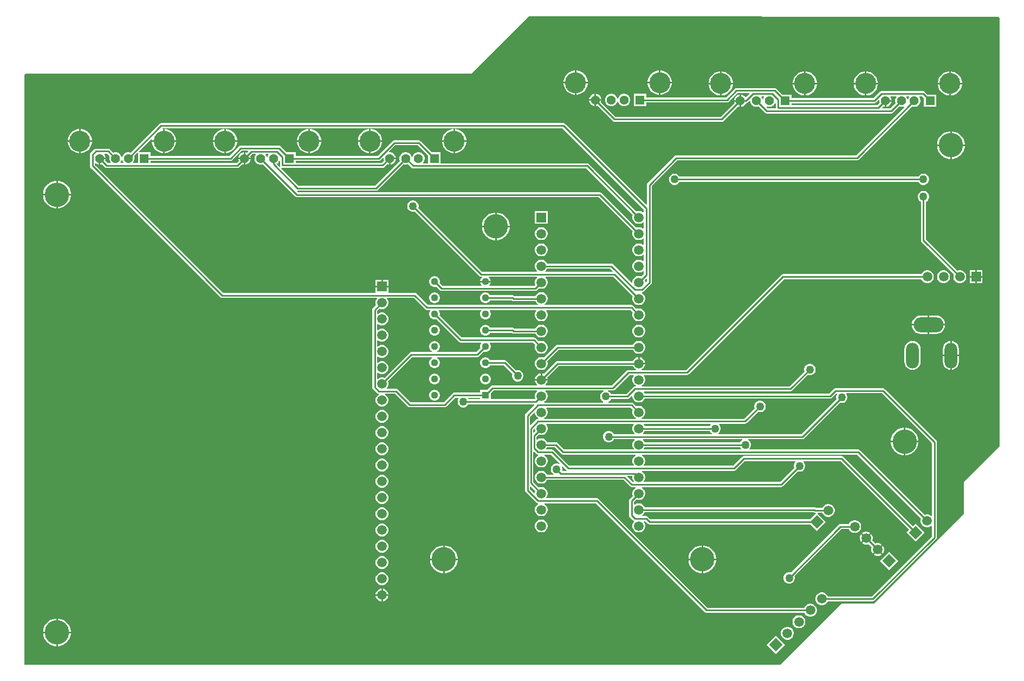
<source format=gbl>
G04*
G04 #@! TF.GenerationSoftware,Altium Limited,Altium Designer,22.1.2 (22)*
G04*
G04 Layer_Physical_Order=2*
G04 Layer_Color=16711680*
%FSLAX25Y25*%
%MOIN*%
G70*
G04*
G04 #@! TF.SameCoordinates,DBBF1DAF-B7B8-4F0F-8103-75AA92EAAB8F*
G04*
G04*
G04 #@! TF.FilePolarity,Positive*
G04*
G01*
G75*
%ADD17C,0.01000*%
%ADD60P,0.08352X4X180.0*%
%ADD61C,0.05906*%
%ADD62P,0.08352X4X90.0*%
%ADD63R,0.05906X0.05906*%
%ADD64C,0.12898*%
%ADD65C,0.05622*%
%ADD66R,0.05622X0.05622*%
%ADD67R,0.05906X0.05906*%
%ADD68C,0.05900*%
%ADD69R,0.05900X0.05900*%
%ADD70R,0.04449X0.04449*%
%ADD71C,0.04449*%
%ADD72O,0.07874X0.15748*%
%ADD73O,0.18504X0.09252*%
%ADD74C,0.15000*%
%ADD75C,0.05000*%
G36*
X599414Y399000D02*
X600000Y398414D01*
Y397000D01*
Y134841D01*
X577915Y112756D01*
Y92915D01*
X522585Y37585D01*
X502744D01*
X465159Y0D01*
X0D01*
Y363414D01*
X586Y364000D01*
X275000D01*
X310000Y399000D01*
Y399146D01*
X310354Y399499D01*
X599414Y399000D01*
D02*
G37*
%LPC*%
G36*
X391600Y365949D02*
X391366D01*
Y359000D01*
X398315D01*
Y359234D01*
X398029Y360673D01*
X397467Y362028D01*
X396652Y363248D01*
X395615Y364286D01*
X394394Y365101D01*
X393039Y365663D01*
X391600Y365949D01*
D02*
G37*
G36*
X339867D02*
X339634D01*
Y359000D01*
X346583D01*
Y359234D01*
X346296Y360673D01*
X345735Y362028D01*
X344920Y363248D01*
X343882Y364286D01*
X342662Y365101D01*
X341306Y365663D01*
X339867Y365949D01*
D02*
G37*
G36*
X390366D02*
X390133D01*
X388693Y365663D01*
X387338Y365101D01*
X386118Y364286D01*
X385080Y363248D01*
X384265Y362028D01*
X383704Y360673D01*
X383417Y359234D01*
Y359000D01*
X390366D01*
Y365949D01*
D02*
G37*
G36*
X338634D02*
X338400D01*
X336961Y365663D01*
X335606Y365101D01*
X334385Y364286D01*
X333348Y363248D01*
X332533Y362028D01*
X331971Y360673D01*
X331685Y359234D01*
Y359000D01*
X338634D01*
Y365949D01*
D02*
G37*
G36*
X570125Y365449D02*
X569891D01*
Y358500D01*
X576840D01*
Y358734D01*
X576554Y360173D01*
X575992Y361528D01*
X575177Y362748D01*
X574140Y363786D01*
X572920Y364601D01*
X571564Y365163D01*
X570125Y365449D01*
D02*
G37*
G36*
X480862D02*
X480629D01*
Y358500D01*
X487578D01*
Y358734D01*
X487291Y360173D01*
X486730Y361528D01*
X485915Y362748D01*
X484877Y363786D01*
X483657Y364601D01*
X482302Y365163D01*
X480862Y365449D01*
D02*
G37*
G36*
X518393D02*
X518159D01*
Y358500D01*
X525108D01*
Y358734D01*
X524822Y360173D01*
X524260Y361528D01*
X523445Y362748D01*
X522407Y363786D01*
X521187Y364601D01*
X519832Y365163D01*
X518393Y365449D01*
D02*
G37*
G36*
X429130D02*
X428897D01*
Y358500D01*
X435845D01*
Y358734D01*
X435559Y360173D01*
X434998Y361528D01*
X434183Y362748D01*
X433145Y363786D01*
X431925Y364601D01*
X430569Y365163D01*
X429130Y365449D01*
D02*
G37*
G36*
X568891D02*
X568658D01*
X567219Y365163D01*
X565863Y364601D01*
X564643Y363786D01*
X563605Y362748D01*
X562790Y361528D01*
X562229Y360173D01*
X561943Y358734D01*
Y358500D01*
X568891D01*
Y365449D01*
D02*
G37*
G36*
X517159D02*
X516926D01*
X515486Y365163D01*
X514131Y364601D01*
X512911Y363786D01*
X511873Y362748D01*
X511058Y361528D01*
X510497Y360173D01*
X510210Y358734D01*
Y358500D01*
X517159D01*
Y365449D01*
D02*
G37*
G36*
X479629D02*
X479395D01*
X477956Y365163D01*
X476601Y364601D01*
X475381Y363786D01*
X474343Y362748D01*
X473528Y361528D01*
X472966Y360173D01*
X472680Y358734D01*
Y358500D01*
X479629D01*
Y365449D01*
D02*
G37*
G36*
X427897D02*
X427663D01*
X426224Y365163D01*
X424868Y364601D01*
X423648Y363786D01*
X422611Y362748D01*
X421796Y361528D01*
X421234Y360173D01*
X420948Y358734D01*
Y358500D01*
X427897D01*
Y365449D01*
D02*
G37*
G36*
X398315Y358000D02*
X391366D01*
Y351051D01*
X391600D01*
X393039Y351337D01*
X394394Y351899D01*
X395615Y352714D01*
X396652Y353752D01*
X397467Y354972D01*
X398029Y356327D01*
X398315Y357766D01*
Y358000D01*
D02*
G37*
G36*
X390366D02*
X383417D01*
Y357766D01*
X383704Y356327D01*
X384265Y354972D01*
X385080Y353752D01*
X386118Y352714D01*
X387338Y351899D01*
X388693Y351337D01*
X390133Y351051D01*
X390366D01*
Y358000D01*
D02*
G37*
G36*
X346583D02*
X339634D01*
Y351051D01*
X339867D01*
X341306Y351337D01*
X342662Y351899D01*
X343882Y352714D01*
X344920Y353752D01*
X345735Y354972D01*
X346296Y356327D01*
X346583Y357766D01*
Y358000D01*
D02*
G37*
G36*
X338634D02*
X331685D01*
Y357766D01*
X331971Y356327D01*
X332533Y354972D01*
X333348Y353752D01*
X334385Y352714D01*
X335606Y351899D01*
X336961Y351337D01*
X338400Y351051D01*
X338634D01*
Y358000D01*
D02*
G37*
G36*
X576840Y357500D02*
X569891D01*
Y350551D01*
X570125D01*
X571564Y350837D01*
X572920Y351399D01*
X574140Y352214D01*
X575177Y353252D01*
X575992Y354472D01*
X576554Y355827D01*
X576840Y357266D01*
Y357500D01*
D02*
G37*
G36*
X568891D02*
X561943D01*
Y357266D01*
X562229Y355827D01*
X562790Y354472D01*
X563605Y353252D01*
X564643Y352214D01*
X565863Y351399D01*
X567219Y350837D01*
X568658Y350551D01*
X568891D01*
Y357500D01*
D02*
G37*
G36*
X525108D02*
X518159D01*
Y350551D01*
X518393D01*
X519832Y350837D01*
X521187Y351399D01*
X522407Y352214D01*
X523445Y353252D01*
X524260Y354472D01*
X524822Y355827D01*
X525108Y357266D01*
Y357500D01*
D02*
G37*
G36*
X517159D02*
X510210D01*
Y357266D01*
X510497Y355827D01*
X511058Y354472D01*
X511873Y353252D01*
X512911Y352214D01*
X514131Y351399D01*
X515486Y350837D01*
X516926Y350551D01*
X517159D01*
Y357500D01*
D02*
G37*
G36*
X487578D02*
X480629D01*
Y350551D01*
X480862D01*
X482302Y350837D01*
X483657Y351399D01*
X484877Y352214D01*
X485915Y353252D01*
X486730Y354472D01*
X487291Y355827D01*
X487578Y357266D01*
Y357500D01*
D02*
G37*
G36*
X479629D02*
X472680D01*
Y357266D01*
X472966Y355827D01*
X473528Y354472D01*
X474343Y353252D01*
X475381Y352214D01*
X476601Y351399D01*
X477956Y350837D01*
X479395Y350551D01*
X479629D01*
Y357500D01*
D02*
G37*
G36*
X435845D02*
X428897D01*
Y350551D01*
X429130D01*
X430569Y350837D01*
X431925Y351399D01*
X433145Y352214D01*
X434183Y353252D01*
X434998Y354472D01*
X435559Y355827D01*
X435845Y357266D01*
Y357500D01*
D02*
G37*
G36*
X427897D02*
X420948D01*
Y357266D01*
X421234Y355827D01*
X421796Y354472D01*
X422611Y353252D01*
X423648Y352214D01*
X424868Y351399D01*
X426224Y350837D01*
X427663Y350551D01*
X427897D01*
Y357500D01*
D02*
G37*
G36*
X461731Y355171D02*
X438142D01*
X437557Y355055D01*
X437061Y354723D01*
X431697Y349360D01*
X382591D01*
Y351642D01*
X374969D01*
Y344020D01*
X382591D01*
Y346301D01*
X432331D01*
X432916Y346418D01*
X433412Y346749D01*
X438775Y352113D01*
X445896D01*
X446088Y351651D01*
X444034Y349597D01*
X443538Y349662D01*
X443533Y349671D01*
X442823Y350380D01*
X441954Y350882D01*
X440985Y351142D01*
X440983D01*
Y347331D01*
X440483D01*
D01*
X440983D01*
Y343520D01*
X440985D01*
X441954Y343779D01*
X442823Y344281D01*
X443533Y344991D01*
X444010Y345817D01*
X444516Y345918D01*
X445012Y346249D01*
X446053Y347290D01*
X446515Y347098D01*
Y346829D01*
X446774Y345860D01*
X447276Y344991D01*
X447986Y344281D01*
X448855Y343779D01*
X449824Y343520D01*
X450827D01*
X451731Y343762D01*
X455555Y339938D01*
X456051Y339607D01*
X456637Y339490D01*
X533277D01*
X533862Y339607D01*
X534358Y339938D01*
X538182Y343762D01*
X539086Y343520D01*
X540090D01*
X541059Y343779D01*
X541323Y343355D01*
X511598Y313629D01*
X401100D01*
X400515Y313513D01*
X400019Y313181D01*
X383419Y296581D01*
X383087Y296085D01*
X382971Y295500D01*
Y283446D01*
X382509Y283254D01*
X332681Y333081D01*
X332185Y333413D01*
X331600Y333529D01*
X84106D01*
X83521Y333413D01*
X83025Y333081D01*
X65343Y315400D01*
X64439Y315642D01*
X63435D01*
X62466Y315382D01*
X61597Y314880D01*
X60887Y314171D01*
X60386Y313302D01*
X60259Y312828D01*
X59741D01*
X59614Y313302D01*
X59113Y314171D01*
X58403Y314880D01*
X57534Y315382D01*
X56565Y315642D01*
X55561D01*
X54657Y315400D01*
X52775Y317281D01*
X52279Y317613D01*
X51694Y317729D01*
X44000D01*
X43415Y317613D01*
X42919Y317281D01*
X40819Y315181D01*
X40487Y314685D01*
X40371Y314100D01*
Y307200D01*
X40487Y306615D01*
X40819Y306119D01*
X120519Y226419D01*
X121015Y226087D01*
X121600Y225971D01*
X216727D01*
X216919Y225509D01*
X216837Y225427D01*
X216317Y224526D01*
X216047Y223520D01*
Y222480D01*
X216316Y221478D01*
X214419Y219581D01*
X214087Y219085D01*
X213971Y218500D01*
Y171000D01*
X214087Y170415D01*
X214419Y169919D01*
X216919Y167419D01*
X217415Y167087D01*
X217979Y166975D01*
X218010Y166924D01*
X218106Y166471D01*
X217573Y166163D01*
X216837Y165427D01*
X216317Y164526D01*
X216047Y163520D01*
Y162480D01*
X216317Y161474D01*
X216837Y160573D01*
X217573Y159837D01*
X218474Y159317D01*
X219480Y159047D01*
X220520D01*
X221526Y159317D01*
X222427Y159837D01*
X223163Y160573D01*
X223683Y161474D01*
X223953Y162480D01*
Y163520D01*
X223683Y164526D01*
X223163Y165427D01*
X222427Y166163D01*
X221894Y166471D01*
X222028Y166971D01*
X227867D01*
X235819Y159019D01*
X236315Y158687D01*
X236900Y158571D01*
X258500D01*
X259085Y158687D01*
X259581Y159019D01*
X265034Y164471D01*
X266860D01*
X267096Y163971D01*
X266739Y163351D01*
X266500Y162461D01*
Y161539D01*
X266739Y160649D01*
X267199Y159851D01*
X267851Y159199D01*
X268649Y158739D01*
X269539Y158500D01*
X270461D01*
X271351Y158739D01*
X272149Y159199D01*
X272801Y159851D01*
X273159Y160471D01*
X313704D01*
X313896Y160009D01*
X308419Y154531D01*
X308087Y154035D01*
X307971Y153450D01*
Y107500D01*
X308087Y106915D01*
X308419Y106419D01*
X314919Y99919D01*
X315415Y99587D01*
X315983Y99474D01*
X316008Y99433D01*
X316111Y98971D01*
X315575Y98661D01*
X314839Y97925D01*
X314319Y97025D01*
X314050Y96020D01*
Y94980D01*
X314319Y93975D01*
X314839Y93075D01*
X315575Y92339D01*
X316475Y91819D01*
X317480Y91550D01*
X318520D01*
X319525Y91819D01*
X320425Y92339D01*
X321161Y93075D01*
X321681Y93975D01*
X321950Y94980D01*
Y96020D01*
X321681Y97025D01*
X321161Y97925D01*
X320425Y98661D01*
X319889Y98971D01*
X320023Y99471D01*
X351766D01*
X418748Y32490D01*
X419244Y32158D01*
X419829Y32042D01*
X479890D01*
X480408Y31144D01*
X481144Y30408D01*
X482045Y29888D01*
X483051Y29618D01*
X484091D01*
X485097Y29888D01*
X485998Y30408D01*
X486734Y31144D01*
X487254Y32045D01*
X487524Y33051D01*
Y34091D01*
X487254Y35097D01*
X486734Y35998D01*
X485998Y36734D01*
X485097Y37254D01*
X484091Y37524D01*
X483051D01*
X482045Y37254D01*
X481144Y36734D01*
X480408Y35998D01*
X479890Y35100D01*
X420463D01*
X353481Y102081D01*
X352985Y102413D01*
X352400Y102529D01*
X321269D01*
X321077Y102991D01*
X321161Y103075D01*
X321681Y103975D01*
X321950Y104980D01*
Y106020D01*
X321681Y107025D01*
X321161Y107925D01*
X320425Y108661D01*
X319525Y109181D01*
X318520Y109450D01*
X317480D01*
X316481Y109182D01*
X313029Y112634D01*
Y131154D01*
X313491Y131346D01*
X314919Y129919D01*
X315415Y129587D01*
X315983Y129474D01*
X316008Y129433D01*
X316111Y128971D01*
X315575Y128661D01*
X314839Y127925D01*
X314319Y127025D01*
X314050Y126020D01*
Y124980D01*
X314319Y123975D01*
X314839Y123075D01*
X315575Y122339D01*
X316475Y121819D01*
X317480Y121550D01*
X318520D01*
X319525Y121819D01*
X320425Y122339D01*
X321161Y123075D01*
X321681Y123975D01*
X321950Y124980D01*
Y126020D01*
X321681Y127025D01*
X321161Y127925D01*
X320425Y128661D01*
X319889Y128971D01*
X320023Y129471D01*
X323867D01*
X329336Y124001D01*
X329029Y123601D01*
X328751Y123761D01*
X327861Y124000D01*
X326939D01*
X326049Y123761D01*
X325251Y123301D01*
X324599Y122649D01*
X324138Y121851D01*
X323900Y120961D01*
Y120039D01*
X324138Y119149D01*
X324599Y118351D01*
X325251Y117699D01*
X325545Y117529D01*
X325411Y117029D01*
X321678D01*
X321161Y117925D01*
X320425Y118661D01*
X319525Y119181D01*
X318520Y119450D01*
X317480D01*
X316475Y119181D01*
X315575Y118661D01*
X314839Y117925D01*
X314319Y117025D01*
X314050Y116020D01*
Y114980D01*
X314319Y113975D01*
X314839Y113075D01*
X315575Y112339D01*
X316475Y111819D01*
X317480Y111550D01*
X318520D01*
X319525Y111819D01*
X320425Y112339D01*
X321161Y113075D01*
X321678Y113971D01*
X368466D01*
X372519Y109919D01*
X373015Y109587D01*
X373600Y109471D01*
X375977D01*
X376111Y108971D01*
X375575Y108661D01*
X374839Y107925D01*
X374319Y107025D01*
X374050Y106020D01*
Y104980D01*
X374318Y103981D01*
X372419Y102081D01*
X372087Y101585D01*
X371971Y101000D01*
Y92000D01*
X372087Y91415D01*
X372419Y90919D01*
X374419Y88919D01*
X374842Y88635D01*
X375011Y88097D01*
X374839Y87925D01*
X374319Y87025D01*
X374050Y86020D01*
Y84980D01*
X374319Y83975D01*
X374839Y83075D01*
X375575Y82339D01*
X376475Y81819D01*
X377480Y81550D01*
X378520D01*
X379525Y81819D01*
X380425Y82339D01*
X381161Y83075D01*
X381681Y83975D01*
X381950Y84980D01*
Y86020D01*
X381681Y87025D01*
X381161Y87925D01*
X381078Y88009D01*
X381269Y88471D01*
X381867D01*
X383419Y86919D01*
X383915Y86587D01*
X384500Y86471D01*
X483469D01*
X487530Y82410D01*
X493120Y88000D01*
X488040Y93080D01*
X488232Y93542D01*
X490920D01*
X491438Y92644D01*
X492174Y91908D01*
X493075Y91388D01*
X494081Y91118D01*
X495121D01*
X496127Y91388D01*
X497028Y91908D01*
X497764Y92644D01*
X498284Y93545D01*
X498554Y94551D01*
Y95591D01*
X498284Y96597D01*
X497764Y97498D01*
X497028Y98234D01*
X496127Y98754D01*
X495121Y99024D01*
X494081D01*
X493075Y98754D01*
X492174Y98234D01*
X491438Y97498D01*
X490920Y96600D01*
X487053D01*
X486585Y96913D01*
X486000Y97029D01*
X381678D01*
X381161Y97925D01*
X380425Y98661D01*
X379525Y99181D01*
X378520Y99450D01*
X377480D01*
X376475Y99181D01*
X375575Y98661D01*
X375491Y98577D01*
X375029Y98769D01*
Y100366D01*
X376481Y101818D01*
X377480Y101550D01*
X378520D01*
X379525Y101819D01*
X380425Y102339D01*
X381161Y103075D01*
X381681Y103975D01*
X381950Y104980D01*
Y106020D01*
X381681Y107025D01*
X381161Y107925D01*
X380425Y108661D01*
X379889Y108971D01*
X380023Y109471D01*
X465500D01*
X466085Y109587D01*
X466581Y109919D01*
X475748Y119085D01*
X476439Y118900D01*
X477361D01*
X478251Y119139D01*
X479049Y119599D01*
X479701Y120251D01*
X480162Y121049D01*
X480400Y121939D01*
Y122861D01*
X480162Y123751D01*
X479701Y124549D01*
X479279Y124971D01*
X479486Y125471D01*
X502194D01*
X544451Y83214D01*
X542738Y81500D01*
X548328Y75910D01*
X553918Y81500D01*
X548328Y87090D01*
X546614Y85377D01*
X503909Y128081D01*
X503413Y128413D01*
X502828Y128529D01*
X442600D01*
X442015Y128413D01*
X441519Y128081D01*
X435966Y122529D01*
X381269D01*
X381078Y122991D01*
X381161Y123075D01*
X381681Y123975D01*
X381950Y124980D01*
Y126020D01*
X381681Y127025D01*
X381161Y127925D01*
X380425Y128661D01*
X379889Y128971D01*
X380023Y129471D01*
X512336D01*
X551714Y90093D01*
X551446Y89091D01*
Y88051D01*
X551715Y87045D01*
X552236Y86144D01*
X552972Y85408D01*
X553873Y84888D01*
X554878Y84618D01*
X555919D01*
X556924Y84888D01*
X557826Y85408D01*
X557909Y85491D01*
X558371Y85299D01*
Y79133D01*
X521409Y42172D01*
X494323D01*
X493805Y43069D01*
X493069Y43805D01*
X492168Y44326D01*
X491163Y44595D01*
X490122D01*
X489116Y44326D01*
X488215Y43805D01*
X487479Y43069D01*
X486959Y42168D01*
X486689Y41163D01*
Y40122D01*
X486959Y39116D01*
X487479Y38215D01*
X488215Y37479D01*
X489116Y36959D01*
X490122Y36689D01*
X491163D01*
X492168Y36959D01*
X493069Y37479D01*
X493805Y38215D01*
X494323Y39113D01*
X522042D01*
X522627Y39229D01*
X523124Y39561D01*
X560981Y77419D01*
X561313Y77915D01*
X561429Y78500D01*
Y137100D01*
X561313Y137685D01*
X560981Y138181D01*
X529373Y169790D01*
X528877Y170122D01*
X528291Y170238D01*
X498900D01*
X498315Y170122D01*
X497819Y169790D01*
X495058Y167029D01*
X381678D01*
X381161Y167925D01*
X381128Y167959D01*
X381319Y168421D01*
X471408D01*
X471993Y168537D01*
X472490Y168869D01*
X482106Y178485D01*
X482797Y178300D01*
X483719D01*
X484609Y178539D01*
X485407Y178999D01*
X486059Y179651D01*
X486520Y180449D01*
X486758Y181339D01*
Y182261D01*
X486520Y183151D01*
X486059Y183949D01*
X485407Y184601D01*
X484609Y185062D01*
X483719Y185300D01*
X482797D01*
X481907Y185062D01*
X481109Y184601D01*
X480457Y183949D01*
X479997Y183151D01*
X479758Y182261D01*
Y181339D01*
X479943Y180648D01*
X470775Y171479D01*
X379936D01*
X379802Y171979D01*
X380425Y172339D01*
X381161Y173075D01*
X381681Y173975D01*
X381950Y174980D01*
Y176020D01*
X381681Y177025D01*
X381161Y177925D01*
X381128Y177959D01*
X381319Y178421D01*
X407750D01*
X408335Y178537D01*
X408831Y178869D01*
X467434Y237471D01*
X551819D01*
X552337Y236573D01*
X553073Y235837D01*
X553974Y235317D01*
X554980Y235047D01*
X556020D01*
X557026Y235317D01*
X557927Y235837D01*
X558663Y236573D01*
X559183Y237474D01*
X559453Y238480D01*
Y239520D01*
X559183Y240526D01*
X558663Y241427D01*
X557927Y242163D01*
X557026Y242683D01*
X556020Y242953D01*
X554980D01*
X553974Y242683D01*
X553073Y242163D01*
X552337Y241427D01*
X551819Y240529D01*
X466800D01*
X466215Y240413D01*
X465719Y240081D01*
X407117Y181479D01*
X379936D01*
X379802Y181979D01*
X380425Y182339D01*
X381161Y183075D01*
X381681Y183975D01*
X381950Y184980D01*
Y185000D01*
X378000D01*
Y185500D01*
X377500D01*
Y189450D01*
X377480D01*
X376475Y189181D01*
X375575Y188661D01*
X374839Y187925D01*
X374322Y187029D01*
X328000D01*
X327415Y186913D01*
X326919Y186581D01*
X319519Y179182D01*
X318520Y179450D01*
X318500D01*
Y176000D01*
X321950D01*
Y176020D01*
X321682Y177019D01*
X328633Y183971D01*
X374322D01*
X374839Y183075D01*
X375575Y182339D01*
X376198Y181979D01*
X376064Y181479D01*
X371550D01*
X370965Y181363D01*
X370469Y181031D01*
X361467Y172029D01*
X320823D01*
X320616Y172529D01*
X321161Y173075D01*
X321681Y173975D01*
X321950Y174980D01*
Y175000D01*
X314050D01*
Y174980D01*
X314319Y173975D01*
X314839Y173075D01*
X315385Y172529D01*
X315177Y172029D01*
X288130D01*
X287545Y171913D01*
X287049Y171581D01*
X284692Y169224D01*
X280406D01*
Y167529D01*
X264400D01*
X263815Y167413D01*
X263319Y167081D01*
X257867Y161629D01*
X237533D01*
X229581Y169581D01*
X229085Y169913D01*
X228500Y170029D01*
X223273D01*
X223081Y170491D01*
X223163Y170573D01*
X223683Y171474D01*
X223953Y172480D01*
Y173520D01*
X223685Y174522D01*
X238633Y189471D01*
X250747D01*
X250801Y189395D01*
X250655Y188733D01*
X250390Y188580D01*
X249790Y187980D01*
X249365Y187245D01*
X249146Y186425D01*
Y185575D01*
X249365Y184755D01*
X249790Y184020D01*
X250390Y183420D01*
X251125Y182995D01*
X251945Y182776D01*
X252795D01*
X253615Y182995D01*
X254350Y183420D01*
X254950Y184020D01*
X255375Y184755D01*
X255594Y185575D01*
Y186425D01*
X255375Y187245D01*
X254950Y187980D01*
X254350Y188580D01*
X254085Y188733D01*
X253939Y189395D01*
X253993Y189471D01*
X278630D01*
X279215Y189587D01*
X279711Y189919D01*
X282703Y192910D01*
X283206Y192776D01*
X284054D01*
X284875Y192995D01*
X285610Y193420D01*
X286210Y194020D01*
X286635Y194755D01*
X286854Y195575D01*
Y196424D01*
X286635Y197245D01*
X286210Y197980D01*
X286181Y198009D01*
X286373Y198471D01*
X312866D01*
X314318Y197019D01*
X314050Y196020D01*
Y194980D01*
X314319Y193975D01*
X314839Y193075D01*
X315575Y192339D01*
X316475Y191819D01*
X317480Y191550D01*
X318520D01*
X319525Y191819D01*
X320425Y192339D01*
X321161Y193075D01*
X321681Y193975D01*
X321950Y194980D01*
Y196020D01*
X321681Y197025D01*
X321161Y197925D01*
X320425Y198661D01*
X319525Y199181D01*
X318520Y199450D01*
X317480D01*
X316481Y199182D01*
X314581Y201081D01*
X314085Y201413D01*
X313500Y201529D01*
X269004D01*
X255460Y215073D01*
X255594Y215576D01*
Y216424D01*
X255375Y217245D01*
X254950Y217980D01*
X254921Y218009D01*
X255113Y218471D01*
X280887D01*
X281079Y218009D01*
X281050Y217980D01*
X280625Y217245D01*
X280406Y216424D01*
Y215576D01*
X280625Y214755D01*
X281050Y214020D01*
X281650Y213420D01*
X282385Y212995D01*
X283206Y212776D01*
X284054D01*
X284875Y212995D01*
X285610Y213420D01*
X286210Y214020D01*
X286635Y214755D01*
X286854Y215576D01*
Y216424D01*
X286635Y217245D01*
X286210Y217980D01*
X286181Y218009D01*
X286373Y218471D01*
X314731D01*
X314922Y218009D01*
X314839Y217925D01*
X314319Y217025D01*
X314050Y216020D01*
Y214980D01*
X314319Y213975D01*
X314839Y213075D01*
X315575Y212339D01*
X316475Y211819D01*
X317480Y211550D01*
X318520D01*
X319525Y211819D01*
X320425Y212339D01*
X321161Y213075D01*
X321681Y213975D01*
X321950Y214980D01*
Y216020D01*
X321681Y217025D01*
X321161Y217925D01*
X321077Y218009D01*
X321269Y218471D01*
X372867D01*
X374318Y217019D01*
X374050Y216020D01*
Y214980D01*
X374319Y213975D01*
X374839Y213075D01*
X375575Y212339D01*
X376475Y211819D01*
X377480Y211550D01*
X378520D01*
X379525Y211819D01*
X380425Y212339D01*
X381161Y213075D01*
X381681Y213975D01*
X381950Y214980D01*
Y216020D01*
X381681Y217025D01*
X381161Y217925D01*
X380425Y218661D01*
X379525Y219181D01*
X378520Y219450D01*
X377480D01*
X376481Y219182D01*
X374581Y221081D01*
X374085Y221413D01*
X373500Y221529D01*
X320023D01*
X319889Y222029D01*
X320425Y222339D01*
X321161Y223075D01*
X321681Y223975D01*
X321950Y224980D01*
Y226020D01*
X321681Y227025D01*
X321161Y227925D01*
X320425Y228661D01*
X319525Y229181D01*
X318520Y229450D01*
X317480D01*
X316475Y229181D01*
X315575Y228661D01*
X314839Y227925D01*
X314322Y227029D01*
X301534D01*
X301481Y227081D01*
X300985Y227413D01*
X300400Y227529D01*
X286470D01*
X286210Y227980D01*
X285610Y228580D01*
X284875Y229005D01*
X284054Y229224D01*
X283206D01*
X282385Y229005D01*
X281650Y228580D01*
X281050Y227980D01*
X280625Y227245D01*
X280406Y226425D01*
Y225575D01*
X280625Y224755D01*
X281050Y224020D01*
X281650Y223420D01*
X282385Y222995D01*
X283206Y222776D01*
X284054D01*
X284875Y222995D01*
X285610Y223420D01*
X286210Y224020D01*
X286470Y224471D01*
X299766D01*
X299819Y224419D01*
X300315Y224087D01*
X300900Y223971D01*
X314322D01*
X314839Y223075D01*
X315575Y222339D01*
X316111Y222029D01*
X315977Y221529D01*
X248234D01*
X241181Y228581D01*
X240685Y228913D01*
X240100Y229029D01*
X224445D01*
X223953Y229047D01*
X223953Y229529D01*
Y232500D01*
X220000D01*
X216047D01*
X216047Y229047D01*
X215555Y229029D01*
X122233D01*
X43429Y307834D01*
Y308594D01*
X43552Y308645D01*
X43929Y308753D01*
X44749Y308279D01*
X45719Y308020D01*
X45720D01*
Y311831D01*
X46220D01*
Y312331D01*
X50031D01*
Y312333D01*
X49772Y313302D01*
X49270Y314171D01*
X49232Y314209D01*
X49424Y314671D01*
X51060D01*
X52494Y313237D01*
X52252Y312333D01*
Y311329D01*
X52512Y310360D01*
X52991Y309529D01*
X52919Y309263D01*
X52822Y309029D01*
X51185D01*
X49789Y310425D01*
X50031Y311329D01*
Y311331D01*
X46720D01*
Y308020D01*
X46722D01*
X47626Y308262D01*
X49470Y306419D01*
X49966Y306087D01*
X50551Y305971D01*
X131152D01*
X131738Y306087D01*
X132234Y306419D01*
X134077Y308262D01*
X134982Y308020D01*
X134983D01*
Y311331D01*
X131672D01*
Y311329D01*
X131914Y310425D01*
X130519Y309029D01*
X77591D01*
Y310301D01*
X126831D01*
X127416Y310418D01*
X127912Y310749D01*
X133775Y316613D01*
X137449D01*
X137640Y316151D01*
X136889Y315400D01*
X135985Y315642D01*
X135983D01*
Y312331D01*
X139294D01*
Y312333D01*
X139052Y313237D01*
X140428Y314613D01*
X142093D01*
X142242Y314113D01*
X141774Y313302D01*
X141515Y312333D01*
Y311329D01*
X141774Y310360D01*
X142276Y309491D01*
X142986Y308781D01*
X143855Y308279D01*
X144824Y308020D01*
X145827D01*
X146731Y308262D01*
X166675Y288319D01*
X167171Y287987D01*
X167756Y287871D01*
X353467D01*
X374318Y267019D01*
X374050Y266020D01*
Y264980D01*
X374319Y263975D01*
X374839Y263075D01*
X375575Y262339D01*
X376475Y261819D01*
X377480Y261550D01*
X378520D01*
X379525Y261819D01*
X380425Y262339D01*
X380509Y262422D01*
X380971Y262231D01*
Y258769D01*
X380509Y258577D01*
X380425Y258661D01*
X379525Y259181D01*
X378520Y259450D01*
X377480D01*
X376475Y259181D01*
X375575Y258661D01*
X374839Y257925D01*
X374319Y257025D01*
X374050Y256020D01*
Y254980D01*
X374319Y253975D01*
X374839Y253075D01*
X375575Y252339D01*
X376475Y251819D01*
X377480Y251550D01*
X378520D01*
X379525Y251819D01*
X380425Y252339D01*
X380509Y252422D01*
X380971Y252231D01*
Y248769D01*
X380509Y248577D01*
X380425Y248661D01*
X379525Y249181D01*
X378520Y249450D01*
X377480D01*
X376475Y249181D01*
X375575Y248661D01*
X374839Y247925D01*
X374319Y247025D01*
X374050Y246020D01*
Y244980D01*
X374319Y243975D01*
X374839Y243075D01*
X375575Y242339D01*
X376475Y241819D01*
X377480Y241550D01*
X378520D01*
X379525Y241819D01*
X380425Y242339D01*
X380509Y242423D01*
X380971Y242231D01*
Y240634D01*
X379519Y239182D01*
X378520Y239450D01*
X377480D01*
X376475Y239181D01*
X375575Y238661D01*
X374839Y237925D01*
X374319Y237025D01*
X374050Y236020D01*
Y235420D01*
X373550Y235213D01*
X362181Y246581D01*
X361685Y246913D01*
X361100Y247029D01*
X321678D01*
X321161Y247925D01*
X320425Y248661D01*
X319525Y249181D01*
X318520Y249450D01*
X317480D01*
X316475Y249181D01*
X315575Y248661D01*
X314839Y247925D01*
X314319Y247025D01*
X314050Y246020D01*
Y244980D01*
X314319Y243975D01*
X314839Y243075D01*
X315385Y242529D01*
X315177Y242029D01*
X281633D01*
X242315Y281348D01*
X242500Y282039D01*
Y282961D01*
X242262Y283851D01*
X241801Y284649D01*
X241149Y285301D01*
X240351Y285761D01*
X239461Y286000D01*
X238539D01*
X237649Y285761D01*
X236851Y285301D01*
X236199Y284649D01*
X235738Y283851D01*
X235500Y282961D01*
Y282039D01*
X235738Y281149D01*
X236199Y280351D01*
X236851Y279699D01*
X237649Y279239D01*
X238539Y279000D01*
X239461D01*
X240152Y279185D01*
X279919Y239419D01*
X280415Y239087D01*
X281000Y238971D01*
X281386D01*
X281541Y238471D01*
X281050Y237980D01*
X280625Y237245D01*
X280426Y236500D01*
X283630D01*
X286834D01*
X286635Y237245D01*
X286210Y237980D01*
X285719Y238471D01*
X285874Y238971D01*
X315177D01*
X315385Y238471D01*
X314839Y237925D01*
X314319Y237025D01*
X314050Y236020D01*
Y234980D01*
X314318Y233981D01*
X313667Y233329D01*
X286227D01*
X286019Y233829D01*
X286210Y234020D01*
X286635Y234755D01*
X286834Y235500D01*
X283630D01*
X280426D01*
X280625Y234755D01*
X281050Y234020D01*
X281241Y233829D01*
X281033Y233329D01*
X257204D01*
X255460Y235073D01*
X255594Y235576D01*
Y236424D01*
X255375Y237245D01*
X254950Y237980D01*
X254350Y238580D01*
X253615Y239005D01*
X252795Y239224D01*
X251945D01*
X251125Y239005D01*
X250390Y238580D01*
X249790Y237980D01*
X249365Y237245D01*
X249146Y236424D01*
Y235576D01*
X249365Y234755D01*
X249790Y234020D01*
X250390Y233420D01*
X251125Y232995D01*
X251945Y232776D01*
X252795D01*
X253297Y232910D01*
X255489Y230719D01*
X255985Y230387D01*
X256570Y230271D01*
X314300D01*
X314885Y230387D01*
X315381Y230719D01*
X316481Y231818D01*
X317480Y231550D01*
X318520D01*
X319525Y231819D01*
X320425Y232339D01*
X321161Y233075D01*
X321681Y233975D01*
X321950Y234980D01*
Y236020D01*
X321681Y237025D01*
X321161Y237925D01*
X320616Y238471D01*
X320823Y238971D01*
X362367D01*
X374318Y227019D01*
X374050Y226020D01*
Y224980D01*
X374319Y223975D01*
X374839Y223075D01*
X375575Y222339D01*
X376475Y221819D01*
X377480Y221550D01*
X378520D01*
X379525Y221819D01*
X380425Y222339D01*
X381161Y223075D01*
X381681Y223975D01*
X381950Y224980D01*
Y226020D01*
X381681Y227025D01*
X381161Y227925D01*
X380425Y228661D01*
X379889Y228971D01*
X379992Y229433D01*
X380017Y229474D01*
X380585Y229587D01*
X381081Y229919D01*
X385581Y234419D01*
X385913Y234915D01*
X386029Y235500D01*
Y294866D01*
X401733Y310571D01*
X512232D01*
X512817Y310687D01*
X513313Y311019D01*
X546057Y343762D01*
X546961Y343520D01*
X547964D01*
X548933Y343779D01*
X549802Y344281D01*
X550512Y344991D01*
X551014Y345860D01*
X551273Y346829D01*
Y347832D01*
X551014Y348802D01*
X550512Y349671D01*
X550474Y349709D01*
X550666Y350171D01*
X552302D01*
X553494Y348979D01*
Y343520D01*
X561116D01*
Y351142D01*
X555657D01*
X554017Y352781D01*
X553521Y353113D01*
X552936Y353229D01*
X527200D01*
X526615Y353113D01*
X526119Y352781D01*
X522197Y348860D01*
X471853D01*
Y351142D01*
X466394D01*
X462812Y354723D01*
X462316Y355055D01*
X461731Y355171D01*
D02*
G37*
G36*
X369439Y351642D02*
X368435D01*
X367466Y351382D01*
X366597Y350880D01*
X365887Y350171D01*
X365386Y349302D01*
X365259Y348828D01*
X364741D01*
X364614Y349302D01*
X364113Y350171D01*
X363403Y350880D01*
X362534Y351382D01*
X361565Y351642D01*
X360561D01*
X359592Y351382D01*
X358723Y350880D01*
X358013Y350171D01*
X357512Y349302D01*
X357252Y348333D01*
Y347329D01*
X357512Y346360D01*
X358013Y345491D01*
X358723Y344781D01*
X359592Y344280D01*
X360561Y344020D01*
X361565D01*
X362534Y344280D01*
X363403Y344781D01*
X364113Y345491D01*
X364614Y346360D01*
X364741Y346833D01*
X365259D01*
X365386Y346360D01*
X365887Y345491D01*
X366597Y344781D01*
X367466Y344280D01*
X368435Y344020D01*
X369439D01*
X370408Y344280D01*
X371277Y344781D01*
X371987Y345491D01*
X372488Y346360D01*
X372748Y347329D01*
Y348333D01*
X372488Y349302D01*
X371987Y350171D01*
X371277Y350880D01*
X370408Y351382D01*
X369439Y351642D01*
D02*
G37*
G36*
X351722D02*
X351720D01*
Y348331D01*
X355031D01*
Y348333D01*
X354772Y349302D01*
X354270Y350171D01*
X353560Y350880D01*
X352691Y351382D01*
X351722Y351642D01*
D02*
G37*
G36*
X350720D02*
X350719D01*
X349749Y351382D01*
X348880Y350880D01*
X348171Y350171D01*
X347669Y349302D01*
X347409Y348333D01*
Y348331D01*
X350720D01*
Y351642D01*
D02*
G37*
G36*
X439983Y351142D02*
X439982D01*
X439012Y350882D01*
X438143Y350380D01*
X437434Y349671D01*
X436932Y348802D01*
X436672Y347832D01*
Y347831D01*
X439983D01*
Y351142D01*
D02*
G37*
G36*
X350720Y347331D02*
X347409D01*
Y347329D01*
X347669Y346360D01*
X348171Y345491D01*
X348880Y344781D01*
X349749Y344280D01*
X350719Y344020D01*
X350720D01*
Y347331D01*
D02*
G37*
G36*
X355031D02*
X351720D01*
Y344020D01*
X351722D01*
X352626Y344262D01*
X362070Y334819D01*
X362566Y334487D01*
X363151Y334371D01*
X429052D01*
X429638Y334487D01*
X430134Y334819D01*
X439077Y343762D01*
X439982Y343520D01*
X439983D01*
Y346831D01*
X436672D01*
Y346829D01*
X436914Y345925D01*
X428419Y337429D01*
X363785D01*
X354789Y346425D01*
X355031Y347329D01*
Y347331D01*
D02*
G37*
G36*
X34867Y329949D02*
X34634D01*
Y323000D01*
X41583D01*
Y323234D01*
X41296Y324673D01*
X40735Y326028D01*
X39920Y327248D01*
X38882Y328286D01*
X37662Y329101D01*
X36307Y329663D01*
X34867Y329949D01*
D02*
G37*
G36*
X33634D02*
X33400D01*
X31961Y329663D01*
X30606Y329101D01*
X29386Y328286D01*
X28348Y327248D01*
X27533Y326028D01*
X26971Y324673D01*
X26685Y323234D01*
Y323000D01*
X33634D01*
Y329949D01*
D02*
G37*
G36*
X570837Y328500D02*
X570500D01*
Y320500D01*
X578500D01*
Y320837D01*
X578173Y322479D01*
X577533Y324026D01*
X576602Y325418D01*
X575418Y326602D01*
X574026Y327533D01*
X572479Y328173D01*
X570837Y328500D01*
D02*
G37*
G36*
X569500D02*
X569163D01*
X567521Y328173D01*
X565974Y327533D01*
X564582Y326602D01*
X563398Y325418D01*
X562467Y324026D01*
X561827Y322479D01*
X561500Y320837D01*
Y320500D01*
X569500D01*
Y328500D01*
D02*
G37*
G36*
X41583Y322000D02*
X34634D01*
Y315051D01*
X34867D01*
X36307Y315337D01*
X37662Y315899D01*
X38882Y316714D01*
X39920Y317752D01*
X40735Y318972D01*
X41296Y320327D01*
X41583Y321766D01*
Y322000D01*
D02*
G37*
G36*
X33634D02*
X26685D01*
Y321766D01*
X26971Y320327D01*
X27533Y318972D01*
X28348Y317752D01*
X29386Y316714D01*
X30606Y315899D01*
X31961Y315337D01*
X33400Y315051D01*
X33634D01*
Y322000D01*
D02*
G37*
G36*
X134983Y315642D02*
X134982D01*
X134012Y315382D01*
X133143Y314880D01*
X132434Y314171D01*
X131932Y313302D01*
X131672Y312333D01*
Y312331D01*
X134983D01*
Y315642D01*
D02*
G37*
G36*
X578500Y319500D02*
X570500D01*
Y311500D01*
X570837D01*
X572479Y311827D01*
X574026Y312467D01*
X575418Y313398D01*
X576602Y314582D01*
X577533Y315974D01*
X578173Y317521D01*
X578500Y319163D01*
Y319500D01*
D02*
G37*
G36*
X569500D02*
X561500D01*
Y319163D01*
X561827Y317521D01*
X562467Y315974D01*
X563398Y314582D01*
X564582Y313398D01*
X565974Y312467D01*
X567521Y311827D01*
X569163Y311500D01*
X569500D01*
Y319500D01*
D02*
G37*
G36*
X139294Y311331D02*
X135983D01*
Y308020D01*
X135985D01*
X136954Y308279D01*
X137823Y308781D01*
X138533Y309491D01*
X139034Y310360D01*
X139294Y311329D01*
Y311331D01*
D02*
G37*
G36*
X553561Y302500D02*
X552639D01*
X551749Y302261D01*
X550951Y301801D01*
X550299Y301149D01*
X549941Y300529D01*
X403159D01*
X402801Y301149D01*
X402149Y301801D01*
X401351Y302261D01*
X400461Y302500D01*
X399539D01*
X398649Y302261D01*
X397851Y301801D01*
X397199Y301149D01*
X396739Y300351D01*
X396500Y299461D01*
Y298539D01*
X396739Y297649D01*
X397199Y296851D01*
X397851Y296199D01*
X398649Y295739D01*
X399539Y295500D01*
X400461D01*
X401351Y295739D01*
X402149Y296199D01*
X402801Y296851D01*
X403159Y297471D01*
X549941D01*
X550299Y296851D01*
X550951Y296199D01*
X551749Y295739D01*
X552639Y295500D01*
X553561D01*
X554451Y295739D01*
X555249Y296199D01*
X555901Y296851D01*
X556361Y297649D01*
X556600Y298539D01*
Y299461D01*
X556361Y300351D01*
X555901Y301149D01*
X555249Y301801D01*
X554451Y302261D01*
X553561Y302500D01*
D02*
G37*
G36*
X20837Y298000D02*
X20500D01*
Y290000D01*
X28500D01*
Y290337D01*
X28173Y291979D01*
X27533Y293526D01*
X26602Y294918D01*
X25418Y296102D01*
X24026Y297033D01*
X22479Y297673D01*
X20837Y298000D01*
D02*
G37*
G36*
X19500D02*
X19163D01*
X17521Y297673D01*
X15974Y297033D01*
X14582Y296102D01*
X13398Y294918D01*
X12467Y293526D01*
X11827Y291979D01*
X11500Y290337D01*
Y290000D01*
X19500D01*
Y298000D01*
D02*
G37*
G36*
X28500Y289000D02*
X20500D01*
Y281000D01*
X20837D01*
X22479Y281327D01*
X24026Y281967D01*
X25418Y282898D01*
X26602Y284082D01*
X27533Y285474D01*
X28173Y287021D01*
X28500Y288663D01*
Y289000D01*
D02*
G37*
G36*
X19500D02*
X11500D01*
Y288663D01*
X11827Y287021D01*
X12467Y285474D01*
X13398Y284082D01*
X14582Y282898D01*
X15974Y281967D01*
X17521Y281327D01*
X19163Y281000D01*
X19500D01*
Y289000D01*
D02*
G37*
G36*
X321950Y279450D02*
X314050D01*
Y271550D01*
X321950D01*
Y279450D01*
D02*
G37*
G36*
X290837Y278500D02*
X290500D01*
Y270500D01*
X298500D01*
Y270837D01*
X298173Y272479D01*
X297533Y274026D01*
X296602Y275418D01*
X295418Y276602D01*
X294026Y277533D01*
X292479Y278173D01*
X290837Y278500D01*
D02*
G37*
G36*
X289500D02*
X289163D01*
X287521Y278173D01*
X285974Y277533D01*
X284582Y276602D01*
X283398Y275418D01*
X282467Y274026D01*
X281827Y272479D01*
X281500Y270837D01*
Y270500D01*
X289500D01*
Y278500D01*
D02*
G37*
G36*
X318520Y269450D02*
X317480D01*
X316475Y269181D01*
X315575Y268661D01*
X314839Y267925D01*
X314319Y267025D01*
X314050Y266020D01*
Y264980D01*
X314319Y263975D01*
X314839Y263075D01*
X315575Y262339D01*
X316475Y261819D01*
X317480Y261550D01*
X318520D01*
X319525Y261819D01*
X320425Y262339D01*
X321161Y263075D01*
X321681Y263975D01*
X321950Y264980D01*
Y266020D01*
X321681Y267025D01*
X321161Y267925D01*
X320425Y268661D01*
X319525Y269181D01*
X318520Y269450D01*
D02*
G37*
G36*
X298500Y269500D02*
X290500D01*
Y261500D01*
X290837D01*
X292479Y261827D01*
X294026Y262467D01*
X295418Y263398D01*
X296602Y264582D01*
X297533Y265974D01*
X298173Y267521D01*
X298500Y269163D01*
Y269500D01*
D02*
G37*
G36*
X289500D02*
X281500D01*
Y269163D01*
X281827Y267521D01*
X282467Y265974D01*
X283398Y264582D01*
X284582Y263398D01*
X285974Y262467D01*
X287521Y261827D01*
X289163Y261500D01*
X289500D01*
Y269500D01*
D02*
G37*
G36*
X318520Y259450D02*
X317480D01*
X316475Y259181D01*
X315575Y258661D01*
X314839Y257925D01*
X314319Y257025D01*
X314050Y256020D01*
Y254980D01*
X314319Y253975D01*
X314839Y253075D01*
X315575Y252339D01*
X316475Y251819D01*
X317480Y251550D01*
X318520D01*
X319525Y251819D01*
X320425Y252339D01*
X321161Y253075D01*
X321681Y253975D01*
X321950Y254980D01*
Y256020D01*
X321681Y257025D01*
X321161Y257925D01*
X320425Y258661D01*
X319525Y259181D01*
X318520Y259450D01*
D02*
G37*
G36*
X589453Y242953D02*
X586000D01*
Y239500D01*
X589453D01*
Y242953D01*
D02*
G37*
G36*
X585000D02*
X581547D01*
Y239500D01*
X585000D01*
Y242953D01*
D02*
G37*
G36*
X589453Y238500D02*
X586000D01*
Y235047D01*
X589453D01*
Y238500D01*
D02*
G37*
G36*
X585000D02*
X581547D01*
Y235047D01*
X585000D01*
Y238500D01*
D02*
G37*
G36*
X553561Y291755D02*
X552639D01*
X551749Y291517D01*
X550951Y291056D01*
X550299Y290404D01*
X549838Y289606D01*
X549600Y288716D01*
Y287794D01*
X549838Y286904D01*
X550299Y286106D01*
X550951Y285455D01*
X551571Y285097D01*
Y261400D01*
X551687Y260815D01*
X552019Y260319D01*
X571815Y240522D01*
X571547Y239520D01*
Y238480D01*
X571817Y237474D01*
X572337Y236573D01*
X573073Y235837D01*
X573974Y235317D01*
X574980Y235047D01*
X576020D01*
X577026Y235317D01*
X577927Y235837D01*
X578663Y236573D01*
X579183Y237474D01*
X579453Y238480D01*
Y239520D01*
X579183Y240526D01*
X578663Y241427D01*
X577927Y242163D01*
X577026Y242683D01*
X576020Y242953D01*
X574980D01*
X573978Y242685D01*
X554629Y262034D01*
Y285097D01*
X555249Y285455D01*
X555901Y286106D01*
X556361Y286904D01*
X556600Y287794D01*
Y288716D01*
X556361Y289606D01*
X555901Y290404D01*
X555249Y291056D01*
X554451Y291517D01*
X553561Y291755D01*
D02*
G37*
G36*
X566020Y242953D02*
X564980D01*
X563974Y242683D01*
X563073Y242163D01*
X562337Y241427D01*
X561817Y240526D01*
X561547Y239520D01*
Y238480D01*
X561817Y237474D01*
X562337Y236573D01*
X563073Y235837D01*
X563974Y235317D01*
X564980Y235047D01*
X566020D01*
X567026Y235317D01*
X567927Y235837D01*
X568663Y236573D01*
X569183Y237474D01*
X569453Y238480D01*
Y239520D01*
X569183Y240526D01*
X568663Y241427D01*
X567927Y242163D01*
X567026Y242683D01*
X566020Y242953D01*
D02*
G37*
G36*
X223953Y236953D02*
X220500D01*
Y233500D01*
X223953D01*
Y236953D01*
D02*
G37*
G36*
X219500D02*
X216047D01*
Y233500D01*
X219500D01*
Y236953D01*
D02*
G37*
G36*
X252795Y229224D02*
X251945D01*
X251125Y229005D01*
X250390Y228580D01*
X249790Y227980D01*
X249365Y227245D01*
X249146Y226425D01*
Y225575D01*
X249365Y224755D01*
X249790Y224020D01*
X250390Y223420D01*
X251125Y222995D01*
X251945Y222776D01*
X252795D01*
X253615Y222995D01*
X254350Y223420D01*
X254950Y224020D01*
X255375Y224755D01*
X255594Y225575D01*
Y226425D01*
X255375Y227245D01*
X254950Y227980D01*
X254350Y228580D01*
X253615Y229005D01*
X252795Y229224D01*
D02*
G37*
G36*
X560846Y215072D02*
X556720D01*
Y209898D01*
X566455D01*
X566328Y210866D01*
X565761Y212235D01*
X564859Y213410D01*
X563684Y214312D01*
X562315Y214879D01*
X560846Y215072D01*
D02*
G37*
G36*
X555720D02*
X551594D01*
X550126Y214879D01*
X548757Y214312D01*
X547582Y213410D01*
X546680Y212235D01*
X546113Y210866D01*
X545986Y209898D01*
X555720D01*
Y215072D01*
D02*
G37*
G36*
X318520Y209450D02*
X317480D01*
X316475Y209181D01*
X315575Y208661D01*
X314839Y207925D01*
X314322Y207029D01*
X301534D01*
X301481Y207081D01*
X300985Y207413D01*
X300400Y207529D01*
X286470D01*
X286210Y207980D01*
X285610Y208580D01*
X284875Y209005D01*
X284054Y209224D01*
X283206D01*
X282385Y209005D01*
X281650Y208580D01*
X281050Y207980D01*
X280625Y207245D01*
X280406Y206424D01*
Y205575D01*
X280625Y204755D01*
X281050Y204020D01*
X281650Y203420D01*
X282385Y202995D01*
X283206Y202776D01*
X284054D01*
X284875Y202995D01*
X285610Y203420D01*
X286210Y204020D01*
X286470Y204471D01*
X299766D01*
X299819Y204419D01*
X300315Y204087D01*
X300900Y203971D01*
X314322D01*
X314839Y203075D01*
X315575Y202339D01*
X316475Y201819D01*
X317480Y201550D01*
X318520D01*
X319525Y201819D01*
X320425Y202339D01*
X321161Y203075D01*
X321681Y203975D01*
X321950Y204980D01*
Y206020D01*
X321681Y207025D01*
X321161Y207925D01*
X320425Y208661D01*
X319525Y209181D01*
X318520Y209450D01*
D02*
G37*
G36*
X566455Y208898D02*
X556720D01*
Y203723D01*
X560846D01*
X562315Y203916D01*
X563684Y204483D01*
X564859Y205385D01*
X565761Y206560D01*
X566328Y207929D01*
X566455Y208898D01*
D02*
G37*
G36*
X555720D02*
X545986D01*
X546113Y207929D01*
X546680Y206560D01*
X547582Y205385D01*
X548757Y204483D01*
X550126Y203916D01*
X551594Y203723D01*
X555720D01*
Y208898D01*
D02*
G37*
G36*
X378520Y209450D02*
X377480D01*
X376475Y209181D01*
X375575Y208661D01*
X374839Y207925D01*
X374319Y207025D01*
X374050Y206020D01*
Y204980D01*
X374319Y203975D01*
X374839Y203075D01*
X375575Y202339D01*
X376475Y201819D01*
X377480Y201550D01*
X378520D01*
X379525Y201819D01*
X380425Y202339D01*
X381161Y203075D01*
X381681Y203975D01*
X381950Y204980D01*
Y206020D01*
X381681Y207025D01*
X381161Y207925D01*
X380425Y208661D01*
X379525Y209181D01*
X378520Y209450D01*
D02*
G37*
G36*
Y199450D02*
X377480D01*
X376475Y199181D01*
X375575Y198661D01*
X374839Y197925D01*
X374322Y197029D01*
X328000D01*
X327415Y196913D01*
X326919Y196581D01*
X319519Y189182D01*
X318520Y189450D01*
X317480D01*
X316475Y189181D01*
X315575Y188661D01*
X314839Y187925D01*
X314319Y187025D01*
X314050Y186020D01*
Y184980D01*
X314319Y183975D01*
X314839Y183075D01*
X315575Y182339D01*
X316475Y181819D01*
X317480Y181550D01*
X318520D01*
X319525Y181819D01*
X320425Y182339D01*
X321161Y183075D01*
X321681Y183975D01*
X321950Y184980D01*
Y186020D01*
X321682Y187019D01*
X328633Y193971D01*
X374322D01*
X374839Y193075D01*
X375575Y192339D01*
X376475Y191819D01*
X377480Y191550D01*
X378520D01*
X379525Y191819D01*
X380425Y192339D01*
X381161Y193075D01*
X381681Y193975D01*
X381950Y194980D01*
Y196020D01*
X381681Y197025D01*
X381161Y197925D01*
X380425Y198661D01*
X379525Y199181D01*
X378520Y199450D01*
D02*
G37*
G36*
X570500Y199351D02*
Y191000D01*
X574980D01*
Y194437D01*
X574810Y195726D01*
X574312Y196927D01*
X573521Y197958D01*
X572490Y198749D01*
X571289Y199247D01*
X570500Y199351D01*
D02*
G37*
G36*
X569500D02*
X568711Y199247D01*
X567510Y198749D01*
X566479Y197958D01*
X565688Y196927D01*
X565190Y195726D01*
X565020Y194437D01*
Y191000D01*
X569500D01*
Y199351D01*
D02*
G37*
G36*
X378520Y189450D02*
X378500D01*
Y186000D01*
X381950D01*
Y186020D01*
X381681Y187025D01*
X381161Y187925D01*
X380425Y188661D01*
X379525Y189181D01*
X378520Y189450D01*
D02*
G37*
G36*
X574980Y190000D02*
X570500D01*
Y181649D01*
X571289Y181753D01*
X572490Y182250D01*
X573521Y183042D01*
X574312Y184073D01*
X574810Y185274D01*
X574980Y186563D01*
Y190000D01*
D02*
G37*
G36*
X569500D02*
X565020D01*
Y186563D01*
X565190Y185274D01*
X565688Y184073D01*
X566479Y183042D01*
X567510Y182250D01*
X568711Y181753D01*
X569500Y181649D01*
Y190000D01*
D02*
G37*
G36*
X546378Y199417D02*
X545089Y199247D01*
X543888Y198749D01*
X542857Y197958D01*
X542065Y196927D01*
X541568Y195726D01*
X541398Y194437D01*
Y186563D01*
X541568Y185274D01*
X542065Y184073D01*
X542857Y183042D01*
X543888Y182250D01*
X545089Y181753D01*
X546378Y181583D01*
X547667Y181753D01*
X548868Y182250D01*
X549899Y183042D01*
X550691Y184073D01*
X551188Y185274D01*
X551358Y186563D01*
Y194437D01*
X551188Y195726D01*
X550691Y196927D01*
X549899Y197958D01*
X548868Y198749D01*
X547667Y199247D01*
X546378Y199417D01*
D02*
G37*
G36*
X317500Y179450D02*
X317480D01*
X316475Y179181D01*
X315575Y178661D01*
X314839Y177925D01*
X314319Y177025D01*
X314050Y176020D01*
Y176000D01*
X317500D01*
Y179450D01*
D02*
G37*
G36*
X284054Y189224D02*
X283206D01*
X282385Y189005D01*
X281650Y188580D01*
X281050Y187980D01*
X280625Y187245D01*
X280406Y186425D01*
Y185575D01*
X280625Y184755D01*
X281050Y184020D01*
X281650Y183420D01*
X282385Y182995D01*
X283206Y182776D01*
X284054D01*
X284875Y182995D01*
X285610Y183420D01*
X286210Y184020D01*
X286470Y184471D01*
X294866D01*
X300185Y179152D01*
X300000Y178461D01*
Y177539D01*
X300238Y176649D01*
X300699Y175851D01*
X301351Y175199D01*
X302149Y174739D01*
X303039Y174500D01*
X303961D01*
X304851Y174739D01*
X305649Y175199D01*
X306301Y175851D01*
X306762Y176649D01*
X307000Y177539D01*
Y178461D01*
X306762Y179351D01*
X306301Y180149D01*
X305649Y180801D01*
X304851Y181262D01*
X303961Y181500D01*
X303039D01*
X302348Y181315D01*
X296581Y187081D01*
X296085Y187413D01*
X295500Y187529D01*
X286470D01*
X286210Y187980D01*
X285610Y188580D01*
X284875Y189005D01*
X284054Y189224D01*
D02*
G37*
G36*
Y179224D02*
X283206D01*
X282385Y179005D01*
X281650Y178580D01*
X281050Y177980D01*
X280625Y177245D01*
X280406Y176425D01*
Y175575D01*
X280625Y174755D01*
X281050Y174020D01*
X281650Y173420D01*
X282385Y172995D01*
X283206Y172776D01*
X284054D01*
X284875Y172995D01*
X285610Y173420D01*
X286210Y174020D01*
X286635Y174755D01*
X286854Y175575D01*
Y176425D01*
X286635Y177245D01*
X286210Y177980D01*
X285610Y178580D01*
X284875Y179005D01*
X284054Y179224D01*
D02*
G37*
G36*
X252795D02*
X251945D01*
X251125Y179005D01*
X250390Y178580D01*
X249790Y177980D01*
X249365Y177245D01*
X249146Y176425D01*
Y175575D01*
X249365Y174755D01*
X249790Y174020D01*
X250390Y173420D01*
X251125Y172995D01*
X251945Y172776D01*
X252795D01*
X253615Y172995D01*
X254350Y173420D01*
X254950Y174020D01*
X255375Y174755D01*
X255594Y175575D01*
Y176425D01*
X255375Y177245D01*
X254950Y177980D01*
X254350Y178580D01*
X253615Y179005D01*
X252795Y179224D01*
D02*
G37*
G36*
Y169224D02*
X251945D01*
X251125Y169005D01*
X250390Y168580D01*
X249790Y167980D01*
X249365Y167245D01*
X249146Y166425D01*
Y165576D01*
X249365Y164755D01*
X249790Y164020D01*
X250390Y163420D01*
X251125Y162995D01*
X251945Y162776D01*
X252795D01*
X253615Y162995D01*
X254350Y163420D01*
X254950Y164020D01*
X255375Y164755D01*
X255594Y165576D01*
Y166425D01*
X255375Y167245D01*
X254950Y167980D01*
X254350Y168580D01*
X253615Y169005D01*
X252795Y169224D01*
D02*
G37*
G36*
X220520Y156953D02*
X219480D01*
X218474Y156683D01*
X217573Y156163D01*
X216837Y155427D01*
X216317Y154526D01*
X216047Y153520D01*
Y152480D01*
X216317Y151474D01*
X216837Y150573D01*
X217573Y149837D01*
X218474Y149317D01*
X219480Y149047D01*
X220520D01*
X221526Y149317D01*
X222427Y149837D01*
X223163Y150573D01*
X223683Y151474D01*
X223953Y152480D01*
Y153520D01*
X223683Y154526D01*
X223163Y155427D01*
X222427Y156163D01*
X221526Y156683D01*
X220520Y156953D01*
D02*
G37*
G36*
Y146953D02*
X219480D01*
X218474Y146683D01*
X217573Y146163D01*
X216837Y145427D01*
X216317Y144526D01*
X216047Y143520D01*
Y142480D01*
X216317Y141474D01*
X216837Y140573D01*
X217573Y139837D01*
X218474Y139317D01*
X219480Y139047D01*
X220520D01*
X221526Y139317D01*
X222427Y139837D01*
X223163Y140573D01*
X223683Y141474D01*
X223953Y142480D01*
Y143520D01*
X223683Y144526D01*
X223163Y145427D01*
X222427Y146163D01*
X221526Y146683D01*
X220520Y146953D01*
D02*
G37*
G36*
Y136953D02*
X219480D01*
X218474Y136683D01*
X217573Y136163D01*
X216837Y135427D01*
X216317Y134526D01*
X216047Y133520D01*
Y132480D01*
X216317Y131474D01*
X216837Y130573D01*
X217573Y129837D01*
X218474Y129317D01*
X219480Y129047D01*
X220520D01*
X221526Y129317D01*
X222427Y129837D01*
X223163Y130573D01*
X223683Y131474D01*
X223953Y132480D01*
Y133520D01*
X223683Y134526D01*
X223163Y135427D01*
X222427Y136163D01*
X221526Y136683D01*
X220520Y136953D01*
D02*
G37*
G36*
Y126953D02*
X219480D01*
X218474Y126683D01*
X217573Y126163D01*
X216837Y125427D01*
X216317Y124526D01*
X216047Y123520D01*
Y122480D01*
X216317Y121474D01*
X216837Y120573D01*
X217573Y119837D01*
X218474Y119317D01*
X219480Y119047D01*
X220520D01*
X221526Y119317D01*
X222427Y119837D01*
X223163Y120573D01*
X223683Y121474D01*
X223953Y122480D01*
Y123520D01*
X223683Y124526D01*
X223163Y125427D01*
X222427Y126163D01*
X221526Y126683D01*
X220520Y126953D01*
D02*
G37*
G36*
Y116953D02*
X219480D01*
X218474Y116683D01*
X217573Y116163D01*
X216837Y115427D01*
X216317Y114526D01*
X216047Y113520D01*
Y112480D01*
X216317Y111474D01*
X216837Y110573D01*
X217573Y109837D01*
X218474Y109317D01*
X219480Y109047D01*
X220520D01*
X221526Y109317D01*
X222427Y109837D01*
X223163Y110573D01*
X223683Y111474D01*
X223953Y112480D01*
Y113520D01*
X223683Y114526D01*
X223163Y115427D01*
X222427Y116163D01*
X221526Y116683D01*
X220520Y116953D01*
D02*
G37*
G36*
Y106953D02*
X219480D01*
X218474Y106683D01*
X217573Y106163D01*
X216837Y105427D01*
X216317Y104526D01*
X216047Y103520D01*
Y102480D01*
X216317Y101474D01*
X216837Y100573D01*
X217573Y99837D01*
X218474Y99317D01*
X219480Y99047D01*
X220520D01*
X221526Y99317D01*
X222427Y99837D01*
X223163Y100573D01*
X223683Y101474D01*
X223953Y102480D01*
Y103520D01*
X223683Y104526D01*
X223163Y105427D01*
X222427Y106163D01*
X221526Y106683D01*
X220520Y106953D01*
D02*
G37*
G36*
Y96953D02*
X219480D01*
X218474Y96683D01*
X217573Y96163D01*
X216837Y95427D01*
X216317Y94526D01*
X216047Y93520D01*
Y92480D01*
X216317Y91474D01*
X216837Y90573D01*
X217573Y89837D01*
X218474Y89317D01*
X219480Y89047D01*
X220520D01*
X221526Y89317D01*
X222427Y89837D01*
X223163Y90573D01*
X223683Y91474D01*
X223953Y92480D01*
Y93520D01*
X223683Y94526D01*
X223163Y95427D01*
X222427Y96163D01*
X221526Y96683D01*
X220520Y96953D01*
D02*
G37*
G36*
X318520Y89450D02*
X317480D01*
X316475Y89181D01*
X315575Y88661D01*
X314839Y87925D01*
X314319Y87025D01*
X314050Y86020D01*
Y84980D01*
X314319Y83975D01*
X314839Y83075D01*
X315575Y82339D01*
X316475Y81819D01*
X317480Y81550D01*
X318520D01*
X319525Y81819D01*
X320425Y82339D01*
X321161Y83075D01*
X321681Y83975D01*
X321950Y84980D01*
Y86020D01*
X321681Y87025D01*
X321161Y87925D01*
X320425Y88661D01*
X319525Y89181D01*
X318520Y89450D01*
D02*
G37*
G36*
X511378Y89095D02*
X510337D01*
X509332Y88826D01*
X508431Y88305D01*
X507695Y87569D01*
X507177Y86672D01*
X502142D01*
X501557Y86555D01*
X501061Y86224D01*
X471652Y56815D01*
X470961Y57000D01*
X470039D01*
X469149Y56761D01*
X468351Y56301D01*
X467699Y55649D01*
X467239Y54851D01*
X467000Y53961D01*
Y53039D01*
X467239Y52149D01*
X467699Y51351D01*
X468351Y50699D01*
X469149Y50239D01*
X470039Y50000D01*
X470961D01*
X471851Y50239D01*
X472649Y50699D01*
X473301Y51351D01*
X473762Y52149D01*
X474000Y53039D01*
Y53961D01*
X473815Y54652D01*
X502776Y83613D01*
X507177D01*
X507695Y82715D01*
X508431Y81979D01*
X509332Y81459D01*
X510337Y81189D01*
X511378D01*
X512384Y81459D01*
X513285Y81979D01*
X514021Y82715D01*
X514541Y83617D01*
X514811Y84622D01*
Y85663D01*
X514541Y86668D01*
X514021Y87569D01*
X513285Y88305D01*
X512384Y88826D01*
X511378Y89095D01*
D02*
G37*
G36*
X220520Y86953D02*
X219480D01*
X218474Y86683D01*
X217573Y86163D01*
X216837Y85427D01*
X216317Y84526D01*
X216047Y83520D01*
Y82480D01*
X216317Y81474D01*
X216837Y80573D01*
X217573Y79837D01*
X218474Y79317D01*
X219480Y79047D01*
X220520D01*
X221526Y79317D01*
X222427Y79837D01*
X223163Y80573D01*
X223683Y81474D01*
X223953Y82480D01*
Y83520D01*
X223683Y84526D01*
X223163Y85427D01*
X222427Y86163D01*
X221526Y86683D01*
X220520Y86953D01*
D02*
G37*
G36*
X518449Y82024D02*
X517409D01*
X516403Y81754D01*
X515502Y81234D01*
X515487Y81220D01*
X517929Y78778D01*
X520370Y81220D01*
X520356Y81234D01*
X519455Y81754D01*
X518449Y82024D01*
D02*
G37*
G36*
X514780Y80512D02*
X514766Y80498D01*
X514246Y79597D01*
X513976Y78591D01*
Y77551D01*
X514246Y76545D01*
X514766Y75644D01*
X514780Y75630D01*
X517222Y78071D01*
X514780Y80512D01*
D02*
G37*
G36*
X220520Y76953D02*
X219480D01*
X218474Y76683D01*
X217573Y76163D01*
X216837Y75427D01*
X216317Y74526D01*
X216047Y73520D01*
Y72480D01*
X216317Y71474D01*
X216837Y70573D01*
X217573Y69837D01*
X218474Y69317D01*
X219480Y69047D01*
X220520D01*
X221526Y69317D01*
X222427Y69837D01*
X223163Y70573D01*
X223683Y71474D01*
X223953Y72480D01*
Y73520D01*
X223683Y74526D01*
X223163Y75427D01*
X222427Y76163D01*
X221526Y76683D01*
X220520Y76953D01*
D02*
G37*
G36*
X528149Y73441D02*
X525707Y71000D01*
X528149Y68559D01*
X528163Y68573D01*
X528683Y69474D01*
X528953Y70480D01*
Y71520D01*
X528683Y72526D01*
X528163Y73427D01*
X528149Y73441D01*
D02*
G37*
G36*
X521078Y80512D02*
X518283Y77717D01*
X515487Y74922D01*
X515502Y74908D01*
X516403Y74388D01*
X517409Y74118D01*
X518449D01*
X519428Y74380D01*
X521309Y72499D01*
X521047Y71520D01*
Y70480D01*
X521317Y69474D01*
X521837Y68573D01*
X521851Y68559D01*
X524647Y71354D01*
X527442Y74149D01*
X527427Y74163D01*
X526526Y74683D01*
X525520Y74953D01*
X524480D01*
X523474Y74683D01*
X523459Y74675D01*
X521604Y76530D01*
X521612Y76545D01*
X521882Y77551D01*
Y78591D01*
X521612Y79597D01*
X521092Y80498D01*
X521078Y80512D01*
D02*
G37*
G36*
X525000Y70293D02*
X522558Y67851D01*
X522573Y67837D01*
X523474Y67317D01*
X524480Y67047D01*
X525520D01*
X526526Y67317D01*
X527427Y67837D01*
X527442Y67851D01*
X525000Y70293D01*
D02*
G37*
G36*
X417837Y73500D02*
X417500D01*
Y65500D01*
X425500D01*
Y65837D01*
X425173Y67479D01*
X424533Y69026D01*
X423602Y70418D01*
X422418Y71602D01*
X421026Y72533D01*
X419479Y73173D01*
X417837Y73500D01*
D02*
G37*
G36*
X416500D02*
X416163D01*
X414521Y73173D01*
X412974Y72533D01*
X411582Y71602D01*
X410398Y70418D01*
X409467Y69026D01*
X408827Y67479D01*
X408500Y65837D01*
Y65500D01*
X416500D01*
Y73500D01*
D02*
G37*
G36*
X258837D02*
X258500D01*
Y65500D01*
X266500D01*
Y65837D01*
X266173Y67479D01*
X265533Y69026D01*
X264602Y70418D01*
X263418Y71602D01*
X262026Y72533D01*
X260479Y73173D01*
X258837Y73500D01*
D02*
G37*
G36*
X257500D02*
X257163D01*
X255521Y73173D01*
X253974Y72533D01*
X252582Y71602D01*
X251398Y70418D01*
X250467Y69026D01*
X249827Y67479D01*
X249500Y65837D01*
Y65500D01*
X257500D01*
Y73500D01*
D02*
G37*
G36*
X220520Y66953D02*
X219480D01*
X218474Y66683D01*
X217573Y66163D01*
X216837Y65427D01*
X216317Y64526D01*
X216047Y63520D01*
Y62480D01*
X216317Y61474D01*
X216837Y60573D01*
X217573Y59837D01*
X218474Y59317D01*
X219480Y59047D01*
X220520D01*
X221526Y59317D01*
X222427Y59837D01*
X223163Y60573D01*
X223683Y61474D01*
X223953Y62480D01*
Y63520D01*
X223683Y64526D01*
X223163Y65427D01*
X222427Y66163D01*
X221526Y66683D01*
X220520Y66953D01*
D02*
G37*
G36*
X532071Y69519D02*
X526481Y63929D01*
X532071Y58339D01*
X537661Y63929D01*
X532071Y69519D01*
D02*
G37*
G36*
X425500Y64500D02*
X417500D01*
Y56500D01*
X417837D01*
X419479Y56827D01*
X421026Y57467D01*
X422418Y58398D01*
X423602Y59582D01*
X424533Y60974D01*
X425173Y62521D01*
X425500Y64163D01*
Y64500D01*
D02*
G37*
G36*
X416500D02*
X408500D01*
Y64163D01*
X408827Y62521D01*
X409467Y60974D01*
X410398Y59582D01*
X411582Y58398D01*
X412974Y57467D01*
X414521Y56827D01*
X416163Y56500D01*
X416500D01*
Y64500D01*
D02*
G37*
G36*
X266500D02*
X258500D01*
Y56500D01*
X258837D01*
X260479Y56827D01*
X262026Y57467D01*
X263418Y58398D01*
X264602Y59582D01*
X265533Y60974D01*
X266173Y62521D01*
X266500Y64163D01*
Y64500D01*
D02*
G37*
G36*
X257500D02*
X249500D01*
Y64163D01*
X249827Y62521D01*
X250467Y60974D01*
X251398Y59582D01*
X252582Y58398D01*
X253974Y57467D01*
X255521Y56827D01*
X257163Y56500D01*
X257500D01*
Y64500D01*
D02*
G37*
G36*
X220520Y56953D02*
X219480D01*
X218474Y56683D01*
X217573Y56163D01*
X216837Y55427D01*
X216317Y54526D01*
X216047Y53520D01*
Y52480D01*
X216317Y51474D01*
X216837Y50573D01*
X217573Y49837D01*
X218474Y49317D01*
X219480Y49047D01*
X220520D01*
X221526Y49317D01*
X222427Y49837D01*
X223163Y50573D01*
X223683Y51474D01*
X223953Y52480D01*
Y53520D01*
X223683Y54526D01*
X223163Y55427D01*
X222427Y56163D01*
X221526Y56683D01*
X220520Y56953D01*
D02*
G37*
G36*
Y46953D02*
X220500D01*
Y43500D01*
X223953D01*
Y43520D01*
X223683Y44526D01*
X223163Y45427D01*
X222427Y46163D01*
X221526Y46683D01*
X220520Y46953D01*
D02*
G37*
G36*
X219500D02*
X219480D01*
X218474Y46683D01*
X217573Y46163D01*
X216837Y45427D01*
X216317Y44526D01*
X216047Y43520D01*
Y43500D01*
X219500D01*
Y46953D01*
D02*
G37*
G36*
X223953Y42500D02*
X220500D01*
Y39047D01*
X220520D01*
X221526Y39317D01*
X222427Y39837D01*
X223163Y40573D01*
X223683Y41474D01*
X223953Y42480D01*
Y42500D01*
D02*
G37*
G36*
X219500D02*
X216047D01*
Y42480D01*
X216317Y41474D01*
X216837Y40573D01*
X217573Y39837D01*
X218474Y39317D01*
X219480Y39047D01*
X219500D01*
Y42500D01*
D02*
G37*
G36*
X477020Y30453D02*
X475980D01*
X474974Y30183D01*
X474073Y29663D01*
X473337Y28927D01*
X472817Y28026D01*
X472547Y27020D01*
Y25980D01*
X472817Y24974D01*
X473337Y24073D01*
X474073Y23337D01*
X474974Y22817D01*
X475980Y22547D01*
X477020D01*
X478026Y22817D01*
X478927Y23337D01*
X479663Y24073D01*
X480183Y24974D01*
X480453Y25980D01*
Y27020D01*
X480183Y28026D01*
X479663Y28927D01*
X478927Y29663D01*
X478026Y30183D01*
X477020Y30453D01*
D02*
G37*
G36*
X20837Y28500D02*
X20500D01*
Y20500D01*
X28500D01*
Y20837D01*
X28173Y22479D01*
X27533Y24026D01*
X26602Y25418D01*
X25418Y26602D01*
X24026Y27533D01*
X22479Y28173D01*
X20837Y28500D01*
D02*
G37*
G36*
X19500D02*
X19163D01*
X17521Y28173D01*
X15974Y27533D01*
X14582Y26602D01*
X13398Y25418D01*
X12467Y24026D01*
X11827Y22479D01*
X11500Y20837D01*
Y20500D01*
X19500D01*
Y28500D01*
D02*
G37*
G36*
X469949Y23382D02*
X468909D01*
X467903Y23112D01*
X467002Y22592D01*
X466266Y21856D01*
X465746Y20955D01*
X465476Y19949D01*
Y18909D01*
X465746Y17903D01*
X466266Y17002D01*
X467002Y16266D01*
X467903Y15746D01*
X468909Y15476D01*
X469949D01*
X470955Y15746D01*
X471856Y16266D01*
X472592Y17002D01*
X473112Y17903D01*
X473382Y18909D01*
Y19949D01*
X473112Y20955D01*
X472592Y21856D01*
X471856Y22592D01*
X470955Y23112D01*
X469949Y23382D01*
D02*
G37*
G36*
X28500Y19500D02*
X20500D01*
Y11500D01*
X20837D01*
X22479Y11827D01*
X24026Y12467D01*
X25418Y13398D01*
X26602Y14582D01*
X27533Y15974D01*
X28173Y17521D01*
X28500Y19163D01*
Y19500D01*
D02*
G37*
G36*
X19500D02*
X11500D01*
Y19163D01*
X11827Y17521D01*
X12467Y15974D01*
X13398Y14582D01*
X14582Y13398D01*
X15974Y12467D01*
X17521Y11827D01*
X19163Y11500D01*
X19500D01*
Y19500D01*
D02*
G37*
G36*
X462358Y17948D02*
X456768Y12358D01*
X462358Y6768D01*
X467948Y12358D01*
X462358Y17948D01*
D02*
G37*
%LPD*%
G36*
X455116Y349613D02*
X454648Y348802D01*
X454521Y348328D01*
X454004D01*
X453877Y348802D01*
X453409Y349613D01*
X453558Y350113D01*
X454967D01*
X455116Y349613D01*
D02*
G37*
G36*
X544451Y349709D02*
X544413Y349671D01*
X543911Y348802D01*
X543784Y348328D01*
X543266D01*
X543140Y348802D01*
X542638Y349671D01*
X542600Y349709D01*
X542791Y350171D01*
X544259D01*
X544451Y349709D01*
D02*
G37*
G36*
X525935Y347565D02*
Y346829D01*
X526177Y345925D01*
X524801Y344549D01*
X471853D01*
Y345801D01*
X522831D01*
X523416Y345918D01*
X523912Y346249D01*
X525435Y347772D01*
X525935Y347565D01*
D02*
G37*
G36*
X536577Y349709D02*
X536539Y349671D01*
X536037Y348802D01*
X535777Y347832D01*
Y346829D01*
X536019Y345925D01*
X532644Y342549D01*
X527780D01*
X527589Y343011D01*
X528340Y343762D01*
X529244Y343520D01*
X529246D01*
Y347331D01*
X529746D01*
Y347831D01*
X533557D01*
Y347832D01*
X533297Y348802D01*
X532795Y349671D01*
X532758Y349709D01*
X532949Y350171D01*
X536385D01*
X536577Y349709D01*
D02*
G37*
G36*
X462027Y345755D02*
X462202Y345688D01*
Y343020D01*
X462218Y342935D01*
X461901Y342549D01*
X457270D01*
X456465Y343354D01*
X456729Y343779D01*
X457698Y343520D01*
X458701D01*
X459671Y343779D01*
X460540Y344281D01*
X461249Y344991D01*
X461702Y345774D01*
X462027Y345755D01*
D02*
G37*
G36*
X380971Y280467D02*
Y278769D01*
X380509Y278577D01*
X380425Y278661D01*
X379525Y279181D01*
X378520Y279450D01*
X377480D01*
X376481Y279182D01*
X347381Y308281D01*
X346885Y308613D01*
X346300Y308729D01*
X256116D01*
Y315642D01*
X250657D01*
X243817Y322481D01*
X243321Y322813D01*
X242736Y322929D01*
X227500D01*
X226915Y322813D01*
X226419Y322481D01*
X217297Y313360D01*
X166853D01*
Y315642D01*
X161394D01*
X157812Y319223D01*
X157316Y319555D01*
X156731Y319671D01*
X133142D01*
X132557Y319555D01*
X132061Y319223D01*
X126197Y313360D01*
X77591D01*
Y315642D01*
X70618D01*
X70411Y316142D01*
X78035Y323766D01*
X78477Y323531D01*
X78417Y323234D01*
Y323000D01*
X85366D01*
Y329949D01*
X85362D01*
X85073Y330400D01*
X85069Y330433D01*
X85092Y330471D01*
X330966D01*
X380971Y280467D01*
D02*
G37*
G36*
X150116Y314113D02*
X149648Y313302D01*
X149521Y312828D01*
X149004D01*
X148877Y313302D01*
X148409Y314113D01*
X148558Y314613D01*
X149967D01*
X150116Y314113D01*
D02*
G37*
G36*
X220935Y311965D02*
Y311329D01*
X221177Y310425D01*
X219801Y309049D01*
X166853D01*
Y310301D01*
X217931D01*
X218516Y310418D01*
X219012Y310749D01*
X220435Y312172D01*
X220935Y311965D01*
D02*
G37*
G36*
X69969Y314992D02*
Y309029D01*
X67178D01*
X67081Y309263D01*
X67009Y309529D01*
X67488Y310360D01*
X67748Y311329D01*
Y312333D01*
X67506Y313237D01*
X69469Y315199D01*
X69969Y314992D01*
D02*
G37*
G36*
X60386Y310360D02*
X60865Y309529D01*
X60793Y309263D01*
X60696Y309029D01*
X59304D01*
X59207Y309263D01*
X59135Y309529D01*
X59614Y310360D01*
X59741Y310833D01*
X60259D01*
X60386Y310360D01*
D02*
G37*
G36*
X248494Y313479D02*
Y308729D01*
X245458D01*
X245251Y309229D01*
X245512Y309491D01*
X246014Y310360D01*
X246273Y311329D01*
Y312333D01*
X246014Y313302D01*
X245512Y314171D01*
X244802Y314880D01*
X243933Y315382D01*
X242964Y315642D01*
X241961D01*
X240991Y315382D01*
X240122Y314880D01*
X239413Y314171D01*
X238911Y313302D01*
X238784Y312828D01*
X238266D01*
X238140Y313302D01*
X237638Y314171D01*
X236928Y314880D01*
X236059Y315382D01*
X235090Y315642D01*
X234086D01*
X233117Y315382D01*
X232248Y314880D01*
X231539Y314171D01*
X231037Y313302D01*
X230777Y312333D01*
Y311329D01*
X231019Y310425D01*
X215624Y295029D01*
X168558D01*
X157911Y305676D01*
X157986Y305835D01*
X158206Y306088D01*
X158700Y305990D01*
X220435D01*
X221020Y306107D01*
X221516Y306438D01*
X223340Y308262D01*
X224244Y308020D01*
X224246D01*
Y311831D01*
X224746D01*
Y312331D01*
X228557D01*
Y312333D01*
X228297Y313302D01*
X227795Y314171D01*
X227086Y314880D01*
X226217Y315382D01*
X225248Y315642D01*
X224612D01*
X224405Y316142D01*
X228134Y319871D01*
X242102D01*
X248494Y313479D01*
D02*
G37*
G36*
X238138Y306119D02*
X238634Y305787D01*
X239219Y305671D01*
X345667D01*
X374318Y277019D01*
X374050Y276020D01*
Y274980D01*
X374319Y273975D01*
X374839Y273075D01*
X375575Y272339D01*
X376475Y271819D01*
X377480Y271550D01*
X378520D01*
X379525Y271819D01*
X380425Y272339D01*
X380509Y272423D01*
X380971Y272231D01*
Y268769D01*
X380509Y268578D01*
X380425Y268661D01*
X379525Y269181D01*
X378520Y269450D01*
X377480D01*
X376481Y269182D01*
X355181Y290481D01*
X354685Y290813D01*
X354100Y290929D01*
X168390D01*
X167837Y291482D01*
X167866Y291646D01*
X168056Y291971D01*
X216257D01*
X216843Y292087D01*
X217339Y292419D01*
X233182Y308262D01*
X234086Y308020D01*
X235090D01*
X235994Y308262D01*
X238138Y306119D01*
D02*
G37*
G36*
X157171Y310087D02*
Y307520D01*
X157269Y307025D01*
X157015Y306806D01*
X156857Y306731D01*
X155365Y308222D01*
X155430Y308718D01*
X155540Y308781D01*
X156249Y309491D01*
X156671Y310221D01*
X157171Y310087D01*
D02*
G37*
G36*
X361946Y242491D02*
X361754Y242029D01*
X320823D01*
X320616Y242529D01*
X321161Y243075D01*
X321678Y243971D01*
X360467D01*
X361946Y242491D01*
D02*
G37*
G36*
X382971Y237654D02*
Y236134D01*
X382412Y235575D01*
X381950Y235766D01*
Y236020D01*
X381682Y237019D01*
X382509Y237846D01*
X382971Y237654D01*
D02*
G37*
G36*
X246519Y218919D02*
X247015Y218587D01*
X247600Y218471D01*
X249627D01*
X249819Y218009D01*
X249790Y217980D01*
X249365Y217245D01*
X249146Y216424D01*
Y215576D01*
X249365Y214755D01*
X249790Y214020D01*
X250390Y213420D01*
X251125Y212995D01*
X251945Y212776D01*
X252795D01*
X253297Y212910D01*
X267289Y198919D01*
X267785Y198587D01*
X268370Y198471D01*
X280887D01*
X281079Y198009D01*
X281050Y197980D01*
X280625Y197245D01*
X280406Y196424D01*
Y195575D01*
X280540Y195073D01*
X277996Y192529D01*
X253993D01*
X253939Y192605D01*
X254085Y193267D01*
X254350Y193420D01*
X254950Y194020D01*
X255375Y194755D01*
X255594Y195575D01*
Y196424D01*
X255375Y197245D01*
X254950Y197980D01*
X254350Y198580D01*
X253615Y199005D01*
X252795Y199224D01*
X251945D01*
X251125Y199005D01*
X250390Y198580D01*
X249790Y197980D01*
X249365Y197245D01*
X249146Y196424D01*
Y195575D01*
X249365Y194755D01*
X249790Y194020D01*
X250390Y193420D01*
X250655Y193267D01*
X250801Y192605D01*
X250747Y192529D01*
X238000D01*
X237415Y192413D01*
X236919Y192081D01*
X221522Y176684D01*
X220520Y176953D01*
X219480D01*
X218474Y176683D01*
X217573Y176163D01*
X217491Y176081D01*
X217029Y176273D01*
Y179727D01*
X217491Y179919D01*
X217573Y179837D01*
X218474Y179317D01*
X219480Y179047D01*
X220520D01*
X221526Y179317D01*
X222427Y179837D01*
X223163Y180573D01*
X223683Y181474D01*
X223953Y182480D01*
Y183520D01*
X223683Y184526D01*
X223163Y185427D01*
X222427Y186163D01*
X221526Y186683D01*
X220520Y186953D01*
X219480D01*
X218474Y186683D01*
X217573Y186163D01*
X217491Y186081D01*
X217029Y186273D01*
Y189727D01*
X217491Y189919D01*
X217573Y189837D01*
X218474Y189317D01*
X219480Y189047D01*
X220520D01*
X221526Y189317D01*
X222427Y189837D01*
X223163Y190573D01*
X223683Y191474D01*
X223953Y192480D01*
Y193520D01*
X223683Y194526D01*
X223163Y195427D01*
X222427Y196163D01*
X221526Y196683D01*
X220520Y196953D01*
X219480D01*
X218474Y196683D01*
X217573Y196163D01*
X217491Y196081D01*
X217029Y196273D01*
Y199727D01*
X217491Y199919D01*
X217573Y199837D01*
X218474Y199317D01*
X219480Y199047D01*
X220520D01*
X221526Y199317D01*
X222427Y199837D01*
X223163Y200573D01*
X223683Y201474D01*
X223953Y202480D01*
Y203520D01*
X223683Y204526D01*
X223163Y205427D01*
X222427Y206163D01*
X221526Y206683D01*
X220520Y206953D01*
X219480D01*
X218474Y206683D01*
X217573Y206163D01*
X217491Y206081D01*
X217029Y206273D01*
Y209727D01*
X217491Y209919D01*
X217573Y209837D01*
X218474Y209317D01*
X219480Y209047D01*
X220520D01*
X221526Y209317D01*
X222427Y209837D01*
X223163Y210573D01*
X223683Y211474D01*
X223953Y212480D01*
Y213520D01*
X223683Y214526D01*
X223163Y215427D01*
X222427Y216163D01*
X221526Y216683D01*
X220520Y216953D01*
X219480D01*
X218474Y216683D01*
X217573Y216163D01*
X217491Y216081D01*
X217029Y216273D01*
Y217866D01*
X218478Y219316D01*
X219480Y219047D01*
X220520D01*
X221526Y219317D01*
X222427Y219837D01*
X223163Y220573D01*
X223683Y221474D01*
X223953Y222480D01*
Y223520D01*
X223683Y224526D01*
X223163Y225427D01*
X223081Y225509D01*
X223273Y225971D01*
X239467D01*
X246519Y218919D01*
D02*
G37*
G36*
X374872Y177959D02*
X374839Y177925D01*
X374319Y177025D01*
X374050Y176020D01*
Y174980D01*
X374319Y173975D01*
X374839Y173075D01*
X375575Y172339D01*
X376198Y171979D01*
X376064Y171479D01*
X375650D01*
X375065Y171363D01*
X374569Y171031D01*
X370267Y166729D01*
X360858D01*
X360501Y167349D01*
X359849Y168001D01*
X359051Y168462D01*
X359017Y168471D01*
X359083Y168971D01*
X362100D01*
X362685Y169087D01*
X363181Y169419D01*
X372183Y178421D01*
X374681D01*
X374872Y177959D01*
D02*
G37*
G36*
X315385Y168471D02*
X314839Y167925D01*
X314319Y167025D01*
X314050Y166020D01*
Y164980D01*
X314318Y163981D01*
X313866Y163529D01*
X286854D01*
Y167061D01*
X288763Y168971D01*
X315177D01*
X315385Y168471D01*
D02*
G37*
G36*
X280406Y163529D02*
X273159D01*
X272904Y163971D01*
X273141Y164471D01*
X280406D01*
Y163529D01*
D02*
G37*
G36*
X499568Y166929D02*
X499831Y166385D01*
X499639Y166051D01*
X499400Y165161D01*
Y164239D01*
X499585Y163548D01*
X478066Y142029D01*
X426889D01*
X426755Y142529D01*
X427049Y142699D01*
X427701Y143351D01*
X428161Y144149D01*
X428400Y145039D01*
Y145961D01*
X428161Y146851D01*
X427701Y147649D01*
X427429Y147921D01*
X427636Y148421D01*
X443450D01*
X444035Y148537D01*
X444531Y148869D01*
X451448Y155785D01*
X452139Y155600D01*
X453061D01*
X453951Y155839D01*
X454749Y156299D01*
X455401Y156951D01*
X455862Y157749D01*
X456100Y158639D01*
Y159561D01*
X455862Y160451D01*
X455401Y161249D01*
X454749Y161901D01*
X453951Y162362D01*
X453061Y162600D01*
X452139D01*
X451249Y162362D01*
X450451Y161901D01*
X449799Y161249D01*
X449338Y160451D01*
X449100Y159561D01*
Y158639D01*
X449285Y157948D01*
X442816Y151479D01*
X379936D01*
X379802Y151979D01*
X380425Y152339D01*
X381161Y153075D01*
X381681Y153975D01*
X381950Y154980D01*
Y156020D01*
X381681Y157025D01*
X381161Y157925D01*
X380425Y158661D01*
X379525Y159181D01*
X378520Y159450D01*
X377480D01*
X376481Y159182D01*
X374631Y161031D01*
X374135Y161363D01*
X373550Y161479D01*
X359493D01*
X359418Y161573D01*
X359538Y162220D01*
X359849Y162399D01*
X360501Y163051D01*
X360858Y163671D01*
X370900D01*
X371485Y163787D01*
X371981Y164119D01*
X373550Y165687D01*
X374050Y165480D01*
Y164980D01*
X374319Y163975D01*
X374839Y163075D01*
X375575Y162339D01*
X376475Y161819D01*
X377480Y161550D01*
X378520D01*
X379525Y161819D01*
X380425Y162339D01*
X381161Y163075D01*
X381678Y163971D01*
X495691D01*
X496277Y164087D01*
X496773Y164419D01*
X499319Y166965D01*
X499568Y166929D01*
D02*
G37*
G36*
X356383Y168471D02*
X356349Y168462D01*
X355551Y168001D01*
X354899Y167349D01*
X354438Y166551D01*
X354200Y165661D01*
Y164739D01*
X354438Y163849D01*
X354899Y163051D01*
X355551Y162399D01*
X355862Y162220D01*
X355982Y161573D01*
X355907Y161479D01*
X319936D01*
X319802Y161979D01*
X320425Y162339D01*
X321161Y163075D01*
X321681Y163975D01*
X321950Y164980D01*
Y166020D01*
X321681Y167025D01*
X321161Y167925D01*
X320616Y168471D01*
X320823Y168971D01*
X356317D01*
X356383Y168471D01*
D02*
G37*
G36*
X558371Y136467D02*
Y91843D01*
X557909Y91651D01*
X557826Y91734D01*
X556924Y92254D01*
X555919Y92524D01*
X554878D01*
X553877Y92256D01*
X514051Y132081D01*
X513555Y132413D01*
X512970Y132529D01*
X446186D01*
X445979Y133029D01*
X446301Y133351D01*
X446762Y134149D01*
X447000Y135039D01*
Y135961D01*
X446762Y136851D01*
X446301Y137649D01*
X445649Y138301D01*
X445355Y138471D01*
X445489Y138971D01*
X478700D01*
X479285Y139087D01*
X479781Y139419D01*
X501748Y161385D01*
X502439Y161200D01*
X503361D01*
X504251Y161439D01*
X505049Y161899D01*
X505701Y162551D01*
X506161Y163349D01*
X506400Y164239D01*
Y165161D01*
X506161Y166051D01*
X505799Y166679D01*
X506029Y167179D01*
X527658D01*
X558371Y136467D01*
D02*
G37*
G36*
X374318Y157019D02*
X374050Y156020D01*
Y154980D01*
X374319Y153975D01*
X374839Y153075D01*
X375575Y152339D01*
X376198Y151979D01*
X376064Y151479D01*
X319936D01*
X319802Y151979D01*
X320425Y152339D01*
X321161Y153075D01*
X321681Y153975D01*
X321950Y154980D01*
Y156020D01*
X321681Y157025D01*
X321161Y157925D01*
X321128Y157959D01*
X321319Y158421D01*
X372917D01*
X374318Y157019D01*
D02*
G37*
G36*
X314050Y155184D02*
Y154980D01*
X314319Y153975D01*
X314839Y153075D01*
X315575Y152339D01*
X316198Y151979D01*
X316064Y151479D01*
X316000D01*
X315415Y151363D01*
X314919Y151031D01*
X311491Y147604D01*
X311029Y147796D01*
Y152816D01*
X313588Y155375D01*
X314050Y155184D01*
D02*
G37*
G36*
X422371Y147921D02*
X422099Y147649D01*
X421741Y147029D01*
X381678D01*
X381161Y147925D01*
X381128Y147959D01*
X381319Y148421D01*
X422164D01*
X422371Y147921D01*
D02*
G37*
G36*
X314050Y145184D02*
Y144980D01*
X314318Y143981D01*
X313491Y143154D01*
X313029Y143346D01*
Y144817D01*
X313588Y145375D01*
X314050Y145184D01*
D02*
G37*
G36*
X422099Y143351D02*
X422751Y142699D01*
X423045Y142529D01*
X422911Y142029D01*
X380823D01*
X380615Y142529D01*
X381161Y143075D01*
X381678Y143971D01*
X421741D01*
X422099Y143351D01*
D02*
G37*
G36*
X374872Y147959D02*
X374839Y147925D01*
X374319Y147025D01*
X374050Y146020D01*
Y144980D01*
X374319Y143975D01*
X374839Y143075D01*
X375384Y142529D01*
X375177Y142029D01*
X362659D01*
X362301Y142649D01*
X361649Y143301D01*
X360851Y143762D01*
X359961Y144000D01*
X359039D01*
X358149Y143762D01*
X357351Y143301D01*
X356699Y142649D01*
X356239Y141851D01*
X356000Y140961D01*
Y140039D01*
X356239Y139149D01*
X356699Y138351D01*
X357351Y137699D01*
X358149Y137239D01*
X359039Y137000D01*
X359961D01*
X360851Y137239D01*
X361649Y137699D01*
X362301Y138351D01*
X362659Y138971D01*
X375177D01*
X375384Y138471D01*
X374839Y137925D01*
X374319Y137025D01*
X374050Y136020D01*
Y134980D01*
X374319Y133975D01*
X374839Y133075D01*
X374922Y132991D01*
X374731Y132529D01*
X332037D01*
X327985Y136581D01*
X327489Y136913D01*
X326904Y137029D01*
X321678D01*
X321161Y137925D01*
X320425Y138661D01*
X319525Y139181D01*
X318520Y139450D01*
X317480D01*
X316475Y139181D01*
X315575Y138661D01*
X315491Y138577D01*
X315029Y138769D01*
Y140366D01*
X316481Y141818D01*
X317480Y141550D01*
X318520D01*
X319525Y141819D01*
X320425Y142339D01*
X321161Y143075D01*
X321681Y143975D01*
X321950Y144980D01*
Y146020D01*
X321681Y147025D01*
X321161Y147925D01*
X321128Y147959D01*
X321319Y148421D01*
X374681D01*
X374872Y147959D01*
D02*
G37*
G36*
X441645Y138471D02*
X441351Y138301D01*
X440699Y137649D01*
X440342Y137029D01*
X381678D01*
X381161Y137925D01*
X380615Y138471D01*
X380823Y138971D01*
X441511D01*
X441645Y138471D01*
D02*
G37*
G36*
X440699Y133351D02*
X441021Y133029D01*
X440814Y132529D01*
X381269D01*
X381078Y132991D01*
X381161Y133075D01*
X381678Y133971D01*
X440342D01*
X440699Y133351D01*
D02*
G37*
G36*
X330322Y129919D02*
X330819Y129587D01*
X331404Y129471D01*
X375977D01*
X376111Y128971D01*
X375575Y128661D01*
X374839Y127925D01*
X374319Y127025D01*
X374050Y126020D01*
Y124980D01*
X374319Y123975D01*
X374839Y123075D01*
X374922Y122991D01*
X374731Y122529D01*
X335134D01*
X325581Y132081D01*
X325085Y132413D01*
X324500Y132529D01*
X321269D01*
X321077Y132991D01*
X321161Y133075D01*
X321678Y133971D01*
X326270D01*
X330322Y129919D01*
D02*
G37*
G36*
X333419Y119919D02*
X333552Y119829D01*
X333400Y119329D01*
X331227D01*
X330844Y119829D01*
X330900Y120039D01*
Y120961D01*
X330662Y121851D01*
X330501Y122129D01*
X330901Y122436D01*
X333419Y119919D01*
D02*
G37*
G36*
X474521Y124971D02*
X474099Y124549D01*
X473638Y123751D01*
X473400Y122861D01*
Y121939D01*
X473585Y121248D01*
X464866Y112529D01*
X381269D01*
X381078Y112991D01*
X381161Y113075D01*
X381681Y113975D01*
X381950Y114980D01*
Y116020D01*
X381681Y117025D01*
X381161Y117925D01*
X380425Y118661D01*
X379889Y118971D01*
X380023Y119471D01*
X436600D01*
X437185Y119587D01*
X437681Y119919D01*
X443233Y125471D01*
X474314D01*
X474521Y124971D01*
D02*
G37*
G36*
X374050Y116020D02*
Y114980D01*
X374319Y113975D01*
X374839Y113075D01*
X374922Y112991D01*
X374731Y112529D01*
X374234D01*
X370954Y115809D01*
X371146Y116271D01*
X373858D01*
X374050Y116020D01*
D02*
G37*
G36*
X314318Y107019D02*
X314050Y106020D01*
Y105766D01*
X313588Y105575D01*
X311029Y108133D01*
Y109654D01*
X311491Y109846D01*
X314318Y107019D01*
D02*
G37*
G36*
X485844Y93658D02*
X486429Y93542D01*
X486828D01*
X487020Y93080D01*
X483469Y89529D01*
X385134D01*
X383581Y91081D01*
X383085Y91413D01*
X382500Y91529D01*
X380023D01*
X379889Y92029D01*
X380425Y92339D01*
X381161Y93075D01*
X381678Y93971D01*
X485376D01*
X485844Y93658D01*
D02*
G37*
%LPC*%
G36*
X533557Y346831D02*
X530246D01*
Y343520D01*
X530247D01*
X531217Y343779D01*
X532086Y344281D01*
X532795Y344991D01*
X533297Y345860D01*
X533557Y346829D01*
Y346831D01*
D02*
G37*
G36*
X213393Y329949D02*
X213159D01*
Y323000D01*
X220108D01*
Y323234D01*
X219822Y324673D01*
X219260Y326028D01*
X218445Y327248D01*
X217407Y328286D01*
X216188Y329101D01*
X214832Y329663D01*
X213393Y329949D01*
D02*
G37*
G36*
X124130D02*
X123897D01*
Y323000D01*
X130845D01*
Y323234D01*
X130559Y324673D01*
X129998Y326028D01*
X129183Y327248D01*
X128145Y328286D01*
X126925Y329101D01*
X125569Y329663D01*
X124130Y329949D01*
D02*
G37*
G36*
X265125D02*
X264891D01*
Y323000D01*
X271840D01*
Y323234D01*
X271554Y324673D01*
X270992Y326028D01*
X270177Y327248D01*
X269140Y328286D01*
X267920Y329101D01*
X266564Y329663D01*
X265125Y329949D01*
D02*
G37*
G36*
X175862D02*
X175629D01*
Y323000D01*
X182578D01*
Y323234D01*
X182291Y324673D01*
X181730Y326028D01*
X180915Y327248D01*
X179877Y328286D01*
X178657Y329101D01*
X177302Y329663D01*
X175862Y329949D01*
D02*
G37*
G36*
X86600D02*
X86366D01*
Y323000D01*
X93315D01*
Y323234D01*
X93029Y324673D01*
X92467Y326028D01*
X91652Y327248D01*
X90614Y328286D01*
X89394Y329101D01*
X88039Y329663D01*
X86600Y329949D01*
D02*
G37*
G36*
X212159D02*
X211926D01*
X210487Y329663D01*
X209131Y329101D01*
X207911Y328286D01*
X206873Y327248D01*
X206058Y326028D01*
X205497Y324673D01*
X205210Y323234D01*
Y323000D01*
X212159D01*
Y329949D01*
D02*
G37*
G36*
X122897D02*
X122663D01*
X121224Y329663D01*
X119868Y329101D01*
X118648Y328286D01*
X117611Y327248D01*
X116796Y326028D01*
X116234Y324673D01*
X115948Y323234D01*
Y323000D01*
X122897D01*
Y329949D01*
D02*
G37*
G36*
X263891D02*
X263658D01*
X262219Y329663D01*
X260863Y329101D01*
X259643Y328286D01*
X258606Y327248D01*
X257790Y326028D01*
X257229Y324673D01*
X256943Y323234D01*
Y323000D01*
X263891D01*
Y329949D01*
D02*
G37*
G36*
X174629D02*
X174395D01*
X172956Y329663D01*
X171600Y329101D01*
X170380Y328286D01*
X169343Y327248D01*
X168528Y326028D01*
X167966Y324673D01*
X167680Y323234D01*
Y323000D01*
X174629D01*
Y329949D01*
D02*
G37*
G36*
X271840Y322000D02*
X264891D01*
Y315051D01*
X265125D01*
X266564Y315337D01*
X267920Y315899D01*
X269140Y316714D01*
X270177Y317752D01*
X270992Y318972D01*
X271554Y320327D01*
X271840Y321766D01*
Y322000D01*
D02*
G37*
G36*
X263891D02*
X256943D01*
Y321766D01*
X257229Y320327D01*
X257790Y318972D01*
X258606Y317752D01*
X259643Y316714D01*
X260863Y315899D01*
X262219Y315337D01*
X263658Y315051D01*
X263891D01*
Y322000D01*
D02*
G37*
G36*
X220108D02*
X213159D01*
Y315051D01*
X213393D01*
X214832Y315337D01*
X216188Y315899D01*
X217407Y316714D01*
X218445Y317752D01*
X219260Y318972D01*
X219822Y320327D01*
X220108Y321766D01*
Y322000D01*
D02*
G37*
G36*
X212159D02*
X205210D01*
Y321766D01*
X205497Y320327D01*
X206058Y318972D01*
X206873Y317752D01*
X207911Y316714D01*
X209131Y315899D01*
X210487Y315337D01*
X211926Y315051D01*
X212159D01*
Y322000D01*
D02*
G37*
G36*
X182578D02*
X175629D01*
Y315051D01*
X175862D01*
X177302Y315337D01*
X178657Y315899D01*
X179877Y316714D01*
X180915Y317752D01*
X181730Y318972D01*
X182291Y320327D01*
X182578Y321766D01*
Y322000D01*
D02*
G37*
G36*
X174629D02*
X167680D01*
Y321766D01*
X167966Y320327D01*
X168528Y318972D01*
X169343Y317752D01*
X170380Y316714D01*
X171600Y315899D01*
X172956Y315337D01*
X174395Y315051D01*
X174629D01*
Y322000D01*
D02*
G37*
G36*
X130845D02*
X123897D01*
Y315051D01*
X124130D01*
X125569Y315337D01*
X126925Y315899D01*
X128145Y316714D01*
X129183Y317752D01*
X129998Y318972D01*
X130559Y320327D01*
X130845Y321766D01*
Y322000D01*
D02*
G37*
G36*
X122897D02*
X115948D01*
Y321766D01*
X116234Y320327D01*
X116796Y318972D01*
X117611Y317752D01*
X118648Y316714D01*
X119868Y315899D01*
X121224Y315337D01*
X122663Y315051D01*
X122897D01*
Y322000D01*
D02*
G37*
G36*
X93315D02*
X86366D01*
Y315051D01*
X86600D01*
X88039Y315337D01*
X89394Y315899D01*
X90614Y316714D01*
X91652Y317752D01*
X92467Y318972D01*
X93029Y320327D01*
X93315Y321766D01*
Y322000D01*
D02*
G37*
G36*
X85366D02*
X78417D01*
Y321766D01*
X78704Y320327D01*
X79265Y318972D01*
X80080Y317752D01*
X81118Y316714D01*
X82338Y315899D01*
X83693Y315337D01*
X85133Y315051D01*
X85366D01*
Y322000D01*
D02*
G37*
G36*
X228557Y311331D02*
X225246D01*
Y308020D01*
X225248D01*
X226217Y308279D01*
X227086Y308781D01*
X227795Y309491D01*
X228297Y310360D01*
X228557Y311329D01*
Y311331D01*
D02*
G37*
G36*
X252795Y209224D02*
X251945D01*
X251125Y209005D01*
X250390Y208580D01*
X249790Y207980D01*
X249365Y207245D01*
X249146Y206424D01*
Y205575D01*
X249365Y204755D01*
X249790Y204020D01*
X250390Y203420D01*
X251125Y202995D01*
X251945Y202776D01*
X252795D01*
X253615Y202995D01*
X254350Y203420D01*
X254950Y204020D01*
X255375Y204755D01*
X255594Y205575D01*
Y206424D01*
X255375Y207245D01*
X254950Y207980D01*
X254350Y208580D01*
X253615Y209005D01*
X252795Y209224D01*
D02*
G37*
G36*
X542337Y146000D02*
X542000D01*
Y138000D01*
X550000D01*
Y138337D01*
X549673Y139979D01*
X549033Y141526D01*
X548102Y142918D01*
X546918Y144102D01*
X545526Y145033D01*
X543979Y145673D01*
X542337Y146000D01*
D02*
G37*
G36*
X541000D02*
X540663D01*
X539021Y145673D01*
X537474Y145033D01*
X536082Y144102D01*
X534898Y142918D01*
X533967Y141526D01*
X533327Y139979D01*
X533000Y138337D01*
Y138000D01*
X541000D01*
Y146000D01*
D02*
G37*
G36*
X550000Y137000D02*
X542000D01*
Y129000D01*
X542337D01*
X543979Y129327D01*
X545526Y129967D01*
X546918Y130898D01*
X548102Y132082D01*
X549033Y133474D01*
X549673Y135021D01*
X550000Y136663D01*
Y137000D01*
D02*
G37*
G36*
X541000D02*
X533000D01*
Y136663D01*
X533327Y135021D01*
X533967Y133474D01*
X534898Y132082D01*
X536082Y130898D01*
X537474Y129967D01*
X539021Y129327D01*
X540663Y129000D01*
X541000D01*
Y137000D01*
D02*
G37*
%LPD*%
D17*
X400000Y299000D02*
X553100D01*
Y261400D02*
X575500Y239000D01*
X553100Y261400D02*
Y288255D01*
X328000Y185500D02*
X378000D01*
X318000Y175500D02*
X328000Y185500D01*
X220435Y307520D02*
X224746Y311831D01*
X158700Y307520D02*
X220435D01*
X158700D02*
Y312811D01*
X155369Y316142D02*
X158700Y312811D01*
X139794Y316142D02*
X155369D01*
X135483Y311831D02*
X139794Y316142D01*
X440483Y347331D02*
X443931D01*
X448242Y351642D01*
X460000D01*
X463731Y347911D01*
Y343020D02*
Y347911D01*
Y343020D02*
X525435D01*
X529746Y347331D01*
X283630Y226000D02*
X300400D01*
X300900Y225500D01*
X318000D01*
X283630Y206000D02*
X300400D01*
X300900Y205500D01*
X318000D01*
X357700Y165200D02*
X370900D01*
X375650Y169950D01*
X471408D01*
X483258Y181800D01*
X378000Y135500D02*
X443500D01*
X378000Y145500D02*
X424900D01*
X264400Y166000D02*
X283630D01*
X258500Y160100D02*
X264400Y166000D01*
X236900Y160100D02*
X258500D01*
X228500Y168500D02*
X236900Y160100D01*
X218000Y168500D02*
X228500D01*
X215500Y171000D02*
X218000Y168500D01*
X215500Y171000D02*
Y218500D01*
X220000Y223000D01*
X283630Y166000D02*
X288130Y170500D01*
X362100D01*
X371550Y179950D01*
X407750D01*
X466800Y239000D01*
X555500D01*
X318000Y185500D02*
X328000Y195500D01*
X378000D01*
X242736Y321400D02*
X252305Y311831D01*
X227500Y321400D02*
X242736D01*
X217931Y311831D02*
X227500Y321400D01*
X163042Y311831D02*
X217931D01*
X156731Y318142D02*
X163042Y311831D01*
X133142Y318142D02*
X156731D01*
X126831Y311831D02*
X133142Y318142D01*
X73780Y311831D02*
X126831D01*
X461731Y353642D02*
X468042Y347331D01*
X438142Y353642D02*
X461731D01*
X432331Y347831D02*
X438142Y353642D01*
X378780Y347831D02*
X432331D01*
X468042Y347331D02*
X522831D01*
X527200Y351700D01*
X552936D01*
X557305Y347331D01*
X216257Y293500D02*
X234588Y311831D01*
X167924Y293500D02*
X216257D01*
X153200Y308225D02*
X167924Y293500D01*
X153200Y308225D02*
Y311831D01*
X234588D02*
X239219Y307200D01*
X346300D01*
X378000Y275500D01*
X145326Y311831D02*
X167756Y289400D01*
X354100D01*
X378000Y265500D01*
X450326Y347331D02*
X456637Y341020D01*
X533277D01*
X539588Y347331D01*
X239000Y282500D02*
X281000Y240500D01*
X363000D01*
X378000Y225500D01*
X318000Y245500D02*
X361100D01*
X375600Y231000D01*
X380000D01*
X384500Y235500D01*
Y295500D01*
X401100Y312100D01*
X512232D01*
X547462Y347331D01*
X63937Y311831D02*
X84106Y332000D01*
X331600D01*
X382500Y281100D01*
Y240000D02*
Y281100D01*
X378000Y235500D02*
X382500Y240000D01*
X51694Y316200D02*
X56063Y311831D01*
X44000Y316200D02*
X51694D01*
X41900Y314100D02*
X44000Y316200D01*
X41900Y307200D02*
Y314100D01*
Y307200D02*
X121600Y227500D01*
X240100D01*
X247600Y220000D01*
X373500D01*
X378000Y215500D01*
X318000Y115500D02*
X369100D01*
X373600Y111000D01*
X465500D01*
X476900Y122400D01*
X351220Y347831D02*
X363151Y335900D01*
X429052D01*
X440483Y347331D01*
X131152Y307500D02*
X135483Y311831D01*
X50551Y307500D02*
X131152D01*
X46220Y311831D02*
X50551Y307500D01*
X524971Y71000D02*
X525000D01*
X517929Y78042D02*
X524971Y71000D01*
X517929Y78042D02*
Y78071D01*
X311500Y112000D02*
X318000Y105500D01*
X311500Y112000D02*
Y145450D01*
X316000Y149950D01*
X443450D01*
X452600Y159100D01*
X470500Y53500D02*
X502142Y85142D01*
X510858D01*
X270000Y162000D02*
X314500D01*
X318000Y165500D01*
X252370Y216000D02*
X268370Y200000D01*
X313500D01*
X318000Y195500D01*
X359500Y140500D02*
X478700D01*
X502900Y164700D01*
X313500Y141000D02*
X318000Y145500D01*
X313500Y133500D02*
Y141000D01*
Y133500D02*
X316000Y131000D01*
X324500D01*
X334500Y121000D01*
X436600D01*
X442600Y127000D01*
X502828D01*
X548328Y81500D01*
X378000Y95500D02*
X486000D01*
X486429Y95071D01*
X494601D01*
X373500Y101000D02*
X378000Y105500D01*
X373500Y92000D02*
Y101000D01*
Y92000D02*
X375500Y90000D01*
X382500D01*
X384500Y88000D01*
X487530D01*
X252370Y236000D02*
X256570Y231800D01*
X314300D01*
X318000Y235500D01*
Y135500D02*
X326904D01*
X331404Y131000D01*
X512970D01*
X555399Y88571D01*
X375700Y117800D02*
X378000Y115500D01*
X330100Y117800D02*
X375700D01*
X327400Y120500D02*
X330100Y117800D01*
X295500Y186000D02*
X303500Y178000D01*
X283630Y186000D02*
X295500D01*
X220000Y173000D02*
X238000Y191000D01*
X278630D01*
X283630Y196000D01*
X419829Y33571D02*
X483571D01*
X352400Y101000D02*
X419829Y33571D01*
X316000Y101000D02*
X352400D01*
X309500Y107500D02*
X316000Y101000D01*
X309500Y107500D02*
Y153450D01*
X316000Y159950D01*
X373550D01*
X378000Y155500D01*
X490642Y40642D02*
X522042D01*
X559900Y78500D01*
Y137100D01*
X528291Y168709D02*
X559900Y137100D01*
X498900Y168709D02*
X528291D01*
X495691Y165500D02*
X498900Y168709D01*
X378000Y165500D02*
X495691D01*
D60*
X532071Y63929D02*
D03*
D61*
X525000Y71000D02*
D03*
X517929Y78071D02*
D03*
X510858Y85142D02*
D03*
X469429Y19429D02*
D03*
X476500Y26500D02*
D03*
X483571Y33571D02*
D03*
X490642Y40642D02*
D03*
X494601Y95071D02*
D03*
X220000Y223000D02*
D03*
Y213000D02*
D03*
Y203000D02*
D03*
Y193000D02*
D03*
Y183000D02*
D03*
Y173000D02*
D03*
Y163000D02*
D03*
Y153000D02*
D03*
Y143000D02*
D03*
Y133000D02*
D03*
Y123000D02*
D03*
Y113000D02*
D03*
Y103000D02*
D03*
Y93000D02*
D03*
Y83000D02*
D03*
Y73000D02*
D03*
Y63000D02*
D03*
Y53000D02*
D03*
Y43000D02*
D03*
X555500Y239000D02*
D03*
X565500D02*
D03*
X575500D02*
D03*
X555399Y88571D02*
D03*
D62*
X462358Y12358D02*
D03*
X487530Y88000D02*
D03*
X548328Y81500D02*
D03*
D63*
X220000Y233000D02*
D03*
D64*
X123397Y322500D02*
D03*
X175129D02*
D03*
X212659D02*
D03*
X264391D02*
D03*
X85866D02*
D03*
X34134D02*
D03*
X569391Y358000D02*
D03*
X517659D02*
D03*
X480129D02*
D03*
X428397D02*
D03*
X390866Y358500D02*
D03*
X339134D02*
D03*
D65*
X135483Y311831D02*
D03*
X145326D02*
D03*
X153200D02*
D03*
X224746D02*
D03*
X234588D02*
D03*
X242462D02*
D03*
X63937D02*
D03*
X56063D02*
D03*
X46220D02*
D03*
X547462Y347331D02*
D03*
X539588D02*
D03*
X529746D02*
D03*
X458200D02*
D03*
X450326D02*
D03*
X440483D02*
D03*
X368937Y347831D02*
D03*
X361063D02*
D03*
X351220D02*
D03*
D66*
X163042Y311831D02*
D03*
X252305D02*
D03*
X73780D02*
D03*
X557305Y347331D02*
D03*
X468042D02*
D03*
X378780Y347831D02*
D03*
D67*
X585500Y239000D02*
D03*
D68*
X378000Y275500D02*
D03*
Y265500D02*
D03*
Y255500D02*
D03*
Y245500D02*
D03*
Y235500D02*
D03*
Y225500D02*
D03*
Y215500D02*
D03*
Y205500D02*
D03*
Y195500D02*
D03*
Y185500D02*
D03*
Y175500D02*
D03*
Y165500D02*
D03*
Y155500D02*
D03*
Y145500D02*
D03*
Y135500D02*
D03*
Y125500D02*
D03*
Y115500D02*
D03*
Y105500D02*
D03*
Y95500D02*
D03*
Y85500D02*
D03*
X318000D02*
D03*
Y95500D02*
D03*
Y105500D02*
D03*
Y115500D02*
D03*
Y125500D02*
D03*
Y135500D02*
D03*
Y145500D02*
D03*
Y155500D02*
D03*
Y165500D02*
D03*
Y175500D02*
D03*
Y185500D02*
D03*
Y195500D02*
D03*
Y205500D02*
D03*
Y215500D02*
D03*
Y225500D02*
D03*
Y235500D02*
D03*
Y245500D02*
D03*
Y255500D02*
D03*
Y265500D02*
D03*
D69*
Y275500D02*
D03*
D70*
X283630Y166000D02*
D03*
D71*
Y176000D02*
D03*
Y186000D02*
D03*
Y196000D02*
D03*
Y206000D02*
D03*
Y216000D02*
D03*
Y226000D02*
D03*
Y236000D02*
D03*
X252370D02*
D03*
Y226000D02*
D03*
Y216000D02*
D03*
Y206000D02*
D03*
Y196000D02*
D03*
Y186000D02*
D03*
Y176000D02*
D03*
Y166000D02*
D03*
D72*
X546378Y190500D02*
D03*
X570000D02*
D03*
D73*
X556220Y209398D02*
D03*
D74*
X417000Y65000D02*
D03*
X541500Y137500D02*
D03*
X258000Y65000D02*
D03*
X290000Y270000D02*
D03*
X20000Y20000D02*
D03*
Y289500D02*
D03*
X570000Y320000D02*
D03*
D75*
X400000Y299000D02*
D03*
X553100D02*
D03*
Y288255D02*
D03*
X357700Y165200D02*
D03*
X483258Y181800D02*
D03*
X443500Y135500D02*
D03*
X424900Y145500D02*
D03*
X239000Y282500D02*
D03*
X476900Y122400D02*
D03*
X452600Y159100D02*
D03*
X470500Y53500D02*
D03*
X270000Y162000D02*
D03*
X359500Y140500D02*
D03*
X502900Y164700D02*
D03*
X327400Y120500D02*
D03*
X303500Y178000D02*
D03*
M02*

</source>
